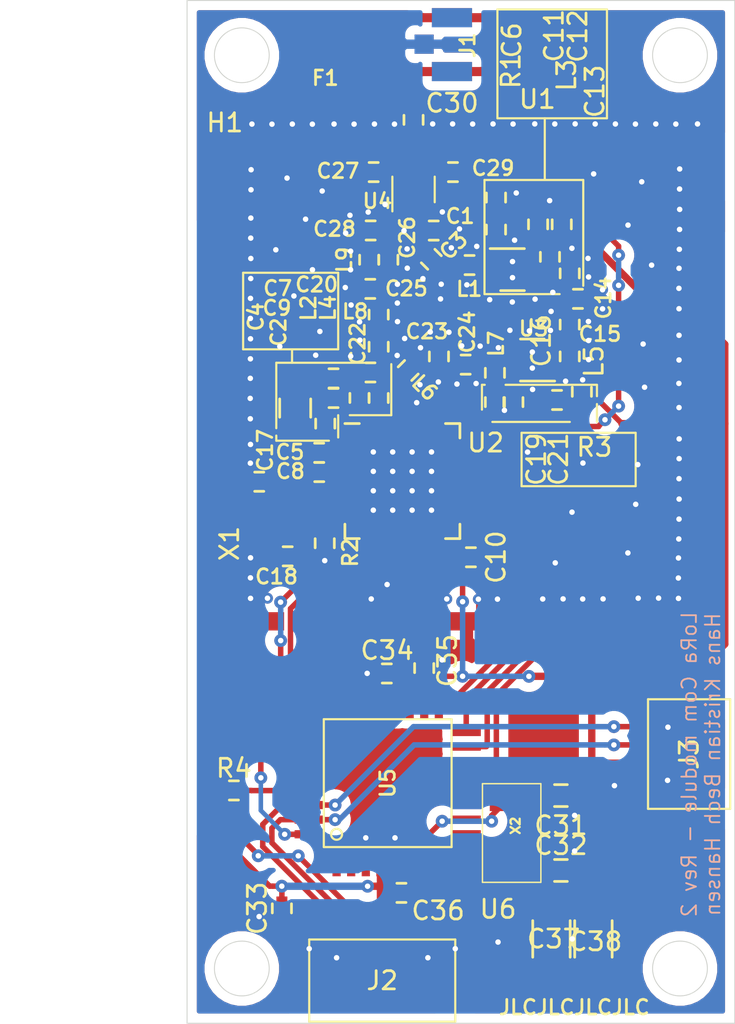
<source format=kicad_pcb>
(kicad_pcb (version 20171130) (host pcbnew "(5.1.4)-1")
  (title_block (title "LoRa Com module") (date 2019-12-13) (rev 2) (company "DTU Space") (comment 4 "Hans Kristian Bech Hansen"))
  (layers (0 F.Cu signal) (31 B.Cu signal) (34 B.Paste user) (35 F.Paste user) (36 B.SilkS user) (37 F.SilkS user) (38 B.Mask user) (39 F.Mask user hide) (44 Edge.Cuts user))
  (net 0 "")
  (net 1 /RF_RX)
  (net 2 GND)
  (net 3 "Net-(C3-Pad1)")
  (net 4 +3V3)
  (net 5 "Net-(C5-Pad1)")
  (net 6 "Net-(C7-Pad1)")
  (net 7 "Net-(C8-Pad1)")
  (net 8 "Net-(C13-Pad1)")
  (net 9 "Net-(C13-Pad2)")
  (net 10 "Net-(C15-Pad1)")
  (net 11 "Net-(C17-Pad2)")
  (net 12 "Net-(C18-Pad2)")
  (net 13 /SX1272_RF_TX)
  (net 14 "Net-(C22-Pad1)")
  (net 15 /LNA2_out)
  (net 16 "Net-(C24-Pad2)")
  (net 17 "Net-(C25-Pad1)")
  (net 18 "Net-(C25-Pad2)")
  (net 19 /RF_TX)
  (net 20 "Net-(C28-Pad2)")
  (net 21 /RXTX_SW)
  (net 22 "Net-(C30-Pad2)")
  (net 23 "Net-(C31-Pad2)")
  (net 24 "Net-(C32-Pad2)")
  (net 25 "Net-(C34-Pad1)")
  (net 26 /RX)
  (net 27 /TX)
  (net 28 "Net-(J2-Pad4)")
  (net 29 "Net-(L1-Pad1)")
  (net 30 "Net-(L4-Pad2)")
  (net 31 "Net-(L5-Pad1)")
  (net 32 /SX1272_RF_RX)
  (net 33 "Net-(R1-Pad2)")
  (net 34 "Net-(R3-Pad2)")
  (net 35 /Reset)
  (net 36 "Net-(U1-Pad8)")
  (net 37 "Net-(U1-Pad6)")
  (net 38 "Net-(U1-Pad5)")
  (net 39 "Net-(U1-Pad4)")
  (net 40 "Net-(U1-Pad3)")
  (net 41 /DIO0)
  (net 42 /DIO1)
  (net 43 /DIO2)
  (net 44 /DIO3)
  (net 45 /DIO4)
  (net 46 /DIO5)
  (net 47 /SCK)
  (net 48 /MISO)
  (net 49 /MOSI)
  (net 50 /RF_CS)
  (net 51 "Net-(U2-Pad21)")
  (net 52 "Net-(U2-Pad24)")
  (net 53 "Net-(U3-Pad3)")
  (net 54 "Net-(U3-Pad4)")
  (net 55 "Net-(U3-Pad5)")
  (net 56 "Net-(U3-Pad6)")
  (net 57 "Net-(U3-Pad8)")
  (net 58 "Net-(U5-Pad1)")
  (net 59 "Net-(U5-Pad2)")
  (net 60 "Net-(U5-Pad9)")
  (net 61 "Net-(U5-Pad10)")
  (net 62 "Net-(U5-Pad11)")
  (net 63 "Net-(U5-Pad12)")
  (net 64 "Net-(U5-Pad14)")
  (net 65 "Net-(U5-Pad19)")
  (net 66 "Net-(U5-Pad22)")
  (net 67 "Net-(C10-Pad1)")
  (net 68 /Reset_SX)
  (net 69 /RF_antenna)
  (net 70 "Net-(C37-Pad1)")
  (net 71 "Net-(U6-Pad1)")
  (net 72 "Net-(F1-Pad5)")
  (module dtusat:SAW_869MHz (layer F.Cu) (at 192.47358 107.14228)
    (fp_text reference F1 (at 0.889 -0.0254 180) (layer F.SilkS) (effects (font (size 0.8 0.8))))
    (fp_text value SAW_869MHz)
    (pad 6 smd rect (at -1.2 -1.125) (size 0.6 0.75) (layers F.Cu F.Paste F.Mask) (net 2 GND))
    (pad 2 smd rect (at 0 1.125) (size 0.6 0.75) (layers F.Cu F.Paste F.Mask) (net 69 /RF_antenna))
    (pad 3 smd rect (at 1.2 1.125) (size 0.6 0.75) (layers F.Cu F.Paste F.Mask) (net 2 GND))
    (pad 4 smd rect (at 1.2 -1.125) (size 0.6 0.75) (layers F.Cu F.Paste F.Mask) (net 2 GND))
    (pad 5 smd rect (at 0 -1.125) (size 0.6 0.75) (layers F.Cu F.Paste F.Mask) (net 72 "Net-(F1-Pad5)"))
    (pad 1 smd rect (at -1.2 0.75) (size 0.6 1.5) (layers F.Cu F.Paste F.Mask) (net 2 GND))
  )
  (module dtusat:XCL205 (layer F.Cu) (at 202.82408 154.42438)
    (fp_text reference U6 (at 0 -1.8034 180) (layer F.SilkS))
    (fp_text value XCL205)
    (pad GND smd rect (at 0 0) (size 1.5 1.1) (layers F.Cu F.Paste F.Mask) (net 2 GND))
    (pad 1 smd rect (at -0.55 0.8625) (size 0.35 0.375) (layers F.Cu F.Paste F.Mask) (net 71 "Net-(U6-Pad1)"))
    (pad 2 smd rect (at 0 0.8625) (size 0.35 0.375) (layers F.Cu F.Paste F.Mask) (net 2 GND))
    (pad 3 smd rect (at 0.55 0.8625) (size 0.35 0.375) (layers F.Cu F.Paste F.Mask) (net 4 +3V3))
    (pad 4 smd rect (at 0.55 -0.8625) (size 0.35 0.375) (layers F.Cu F.Paste F.Mask) (net 70 "Net-(C37-Pad1)"))
    (pad 5 smd rect (at 0 -0.8625) (size 0.35 0.375) (layers F.Cu F.Paste F.Mask) (net 2 GND))
    (pad 6 smd rect (at -0.55 -0.8625) (size 0.35 0.375) (layers F.Cu F.Paste F.Mask) (net 70 "Net-(C37-Pad1)"))
    (pad 8 smd rect (at 1.275 0) (size 0.35 2.1) (layers F.Cu F.Paste F.Mask) (net 4 +3V3))
    (pad 7 smd rect (at -1.275 0) (size 0.35 2.1) (layers F.Cu F.Paste F.Mask) (net 71 "Net-(U6-Pad1)"))
  )
  (module dtusat:via-0.6mm-0.3mm_drill (layer F.Cu) (at 212.11 145.57 180)
    (fp_text reference "" hide)
    (fp_text value "" hide)
    (pad 1 thru_hole circle (at 0 0 180) (size 0.6 0.6) (drill 0.3) (layers *.Cu *.Mask) (net 2 GND))
  )
  (module dtusat:via-0.6mm-0.3mm_drill (layer F.Cu) (at 212.13 142.66 180)
    (fp_text reference "" hide)
    (fp_text value "" hide)
    (pad 1 thru_hole circle (at 0 0 180) (size 0.6 0.6) (drill 0.3) (layers *.Cu *.Mask) (net 2 GND))
  )
  (module dtusat:via-0.6mm-0.3mm_drill (layer F.Cu) (at 209.2 145.86 180)
    (fp_text reference "" hide)
    (fp_text value "" hide)
    (pad 1 thru_hole circle (at 0 0 180) (size 0.6 0.6) (drill 0.3) (layers *.Cu *.Mask) (net 2 GND))
  )
  (module dtusat:via-0.6mm-0.3mm_drill (layer F.Cu) (at 207.02 147.49 180)
    (fp_text reference "" hide)
    (fp_text value "" hide)
    (pad 1 thru_hole circle (at 0 0 180) (size 0.6 0.6) (drill 0.3) (layers *.Cu *.Mask) (net 2 GND))
  )
  (module dtusat:Qwiic_4-pin (layer F.Cu) (at 213.29 144.13 90)
    (fp_text reference J3 (at 0 0 90) (layer F.SilkS))
    (fp_text value Qwiic_4pin)
    (pad GND smd rect (at 3 -2.25 90) (size 1 4) (drill (offset 0 2)) (layers F.Cu F.Paste F.Mask))
    (pad GND smd rect (at -3 -2.25 90) (size 1 4) (drill (offset 0 2)) (layers F.Cu F.Paste F.Mask))
    (pad 1 smd rect (at 1.5 -2.75 90) (size 0.5 1) (layers F.Cu F.Paste F.Mask) (net 26 /RX))
    (pad 2 smd rect (at 0.5 -2.75 90) (size 0.5 1) (layers F.Cu F.Paste F.Mask) (net 27 /TX))
    (pad 3 smd rect (at -0.5 -2.75 90) (size 0.5 1) (layers F.Cu F.Paste F.Mask) (net 4 +3V3))
    (pad 4 smd rect (at -1.5 -2.75 90) (size 0.5 1) (layers F.Cu F.Paste F.Mask) (net 2 GND))
  )
  (module dtusat:UFL_Feedtrough (layer F.Cu) (at 200.3 105.29 270)
    (fp_text reference J1 (at 0.035 -0.855 90) (layer F.SilkS) (effects (font (size 0.8 0.8))))
    (fp_text value COAX)
    (pad 2 smd rect (at -0.025 1.525 270) (size 1.05 1.05) (layers B.Cu B.Paste B.Mask) (net 2 GND))
    (pad 5 smd rect (at -1.475 0 270) (size 1.05 2.2) (layers B.Cu B.Paste B.Mask))
    (pad 6 smd rect (at 1.475 0 270) (size 1.05 2.2) (layers B.Cu B.Paste B.Mask))
    (pad 1 smd rect (at -0.025 1.525 270) (size 1.05 1.05) (layers F.Cu F.Paste F.Mask) (net 72 "Net-(F1-Pad5)"))
    (pad 3 smd rect (at -1.475 0 270) (size 1.05 2.2) (layers F.Cu F.Paste F.Mask))
    (pad 4 smd rect (at 1.475 0 270) (size 1.05 2.2) (layers F.Cu F.Paste F.Mask))
  )
  (module dtusat:L0402 (layer F.Cu) (at 195.76796 117.06648 270)
    (fp_text reference L9 (at 0.0072 1.36144 90) (layer F.SilkS) (effects (font (size 0.8 0.8))))
    (fp_text value L_0402_5.6nH_CID3036)
    (pad 1 smd rect (at -0.45 0 270) (size 0.4 0.6) (layers F.Cu F.Paste F.Mask) (net 19 /RF_TX))
    (pad 2 smd rect (at 0.45 0 270) (size 0.4 0.6) (layers F.Cu F.Paste F.Mask) (net 17 "Net-(C25-Pad1)"))
  )
  (module dtusat:via-0.6mm-0.3mm_drill (layer F.Cu) (at 206.89062 154.25166 180)
    (fp_text reference "" hide)
    (fp_text value "" hide)
    (pad 1 thru_hole circle (at 0 0 180) (size 0.6 0.6) (drill 0.3) (layers *.Cu *.Mask) (net 2 GND))
  )
  (module dtusat:via-0.6mm-0.3mm_drill (layer F.Cu) (at 202.82408 154.42438 180)
    (fp_text reference "" hide)
    (fp_text value "" hide)
    (pad 1 thru_hole circle (at 0 0 180) (size 0.6 0.6) (drill 0.3) (layers *.Cu *.Mask) (net 2 GND))
  )
  (module dtusat:C1206 (layer F.Cu) (at 208.04886 154.25166 90)
    (fp_text reference C38 (at -0.14478 0.11938 180) (layer F.SilkS))
    (fp_text value C_1206_4.7uF_CID2013_small)
    (pad 2 smd rect (at 1.5 0 90) (size 1 1.6) (layers F.Cu F.Paste F.Mask) (net 2 GND))
    (pad 1 smd rect (at -1.5 0 90) (size 1 1.6) (layers F.Cu F.Paste F.Mask) (net 4 +3V3))
  )
  (module dtusat:C1206 (layer F.Cu) (at 205.75016 154.25166 270)
    (fp_text reference C37 (at 0 -0.11938 180) (layer F.SilkS))
    (fp_text value C_1206_4.7uF_CID2013_small)
    (pad 2 smd rect (at 1.5 0 270) (size 1 1.6) (layers F.Cu F.Paste F.Mask) (net 2 GND))
    (pad 1 smd rect (at -1.5 0 270) (size 1 1.6) (layers F.Cu F.Paste F.Mask) (net 70 "Net-(C37-Pad1)"))
  )
  (module dtusat:via-0.6mm-0.3mm_drill (layer F.Cu) (at 203.1746 125.31132)
    (fp_text reference "" hide)
    (fp_text value "" hide)
    (pad 1 thru_hole circle (at 0 0) (size 0.6 0.6) (drill 0.3) (layers *.Cu *.Mask) (net 2 GND))
  )
  (module dtusat:via-0.6mm-0.3mm_drill (layer F.Cu) (at 199.7583 138.9761 180)
    (fp_text reference "" hide)
    (fp_text value "" hide)
    (pad 1 thru_hole circle (at 0 0 180) (size 0.6 0.6) (drill 0.3) (layers *.Cu *.Mask) (net 2 GND))
  )
  (module dtusat:via-0.6mm-0.3mm_drill (layer F.Cu) (at 195.6562 139.7127 180)
    (fp_text reference "" hide)
    (fp_text value "" hide)
    (pad 1 thru_hole circle (at 0 0 180) (size 0.6 0.6) (drill 0.3) (layers *.Cu *.Mask) (net 2 GND))
  )
  (module dtusat:via-0.6mm-0.3mm_drill (layer F.Cu) (at 203.8223 113.411)
    (fp_text reference "" hide)
    (fp_text value "" hide)
    (pad 1 thru_hole circle (at 0 0) (size 0.6 0.6) (drill 0.3) (layers *.Cu *.Mask) (net 2 GND))
  )
  (module dtusat:via-0.6mm-0.3mm_drill (layer F.Cu) (at 205.6511 113.8301)
    (fp_text reference "" hide)
    (fp_text value "" hide)
    (pad 1 thru_hole circle (at 0 0) (size 0.6 0.6) (drill 0.3) (layers *.Cu *.Mask) (net 2 GND))
  )
  (module dtusat:via-0.6mm-0.3mm_drill (layer F.Cu) (at 193.3321 133.5405)
    (fp_text reference "" hide)
    (fp_text value "" hide)
    (pad 1 thru_hole circle (at 0 0) (size 0.6 0.6) (drill 0.3) (layers *.Cu *.Mask) (net 2 GND))
  )
  (module dtusat:via-0.6mm-0.3mm_drill (layer F.Cu) (at 193.9817 155.2829 180)
    (fp_text reference "" hide)
    (fp_text value "" hide)
    (pad 1 thru_hole circle (at 0 0 180) (size 0.6 0.6) (drill 0.3) (layers *.Cu *.Mask) (net 2 GND))
  )
  (module dtusat:via-0.6mm-0.3mm_drill (layer F.Cu) (at 198.9817 155.2829 180)
    (fp_text reference "" hide)
    (fp_text value "" hide)
    (pad 1 thru_hole circle (at 0 0 180) (size 0.6 0.6) (drill 0.3) (layers *.Cu *.Mask) (net 2 GND))
  )
  (module dtusat:via-0.6mm-0.3mm_drill (layer F.Cu) (at 200.4822 154.7876 180)
    (fp_text reference "" hide)
    (fp_text value "" hide)
    (pad 1 thru_hole circle (at 0 0 180) (size 0.6 0.6) (drill 0.3) (layers *.Cu *.Mask) (net 2 GND))
  )
  (module dtusat:via-0.6mm-0.3mm_drill (layer F.Cu) (at 192.4812 154.7876 180)
    (fp_text reference "" hide)
    (fp_text value "" hide)
    (pad 1 thru_hole circle (at 0 0 180) (size 0.6 0.6) (drill 0.3) (layers *.Cu *.Mask) (net 2 GND))
  )
  (module dtusat:via-0.6mm-0.3mm_drill (layer F.Cu) (at 189.738 153.02822 180)
    (fp_text reference "" hide)
    (fp_text value "" hide)
    (pad 1 thru_hole circle (at 0 0 180) (size 0.6 0.6) (drill 0.3) (layers *.Cu *.Mask) (net 2 GND))
  )
  (module dtusat:via-0.6mm-0.3mm_drill (layer F.Cu) (at 207.02 149.44 180)
    (fp_text reference "" hide)
    (fp_text value "" hide)
    (pad 1 thru_hole circle (at 0 0 180) (size 0.6 0.6) (drill 0.3) (layers *.Cu *.Mask) (net 2 GND))
  )
  (module dtusat:via-0.6mm-0.3mm_drill (layer F.Cu) (at 195.58 148.717 180)
    (fp_text reference "" hide)
    (fp_text value "" hide)
    (pad 1 thru_hole circle (at 0 0 180) (size 0.6 0.6) (drill 0.3) (layers *.Cu *.Mask) (net 2 GND))
  )
  (module dtusat:via-0.6mm-0.3mm_drill (layer F.Cu) (at 197.1802 148.717 180)
    (fp_text reference "" hide)
    (fp_text value "" hide)
    (pad 1 thru_hole circle (at 0 0 180) (size 0.6 0.6) (drill 0.3) (layers *.Cu *.Mask) (net 2 GND))
  )
  (module dtusat:via-0.6mm-0.3mm_drill (layer F.Cu) (at 204.70284 122.999)
    (fp_text reference "" hide)
    (fp_text value "" hide)
    (pad 1 thru_hole circle (at 0 0) (size 0.6 0.6) (drill 0.3) (layers *.Cu *.Mask) (net 2 GND))
  )
  (module dtusat:via-0.6mm-0.3mm_drill (layer F.Cu) (at 204.70284 122.119)
    (fp_text reference "" hide)
    (fp_text value "" hide)
    (pad 1 thru_hole circle (at 0 0) (size 0.6 0.6) (drill 0.3) (layers *.Cu *.Mask) (net 2 GND))
  )
  (module dtusat:via-0.6mm-0.3mm_drill (layer F.Cu) (at 203.61656 118.04708)
    (fp_text reference "" hide)
    (fp_text value "" hide)
    (pad 1 thru_hole circle (at 0 0) (size 0.6 0.6) (drill 0.3) (layers *.Cu *.Mask) (net 2 GND))
  )
  (module dtusat:via-0.6mm-0.3mm_drill (layer F.Cu) (at 203.61656 117.16708)
    (fp_text reference "" hide)
    (fp_text value "" hide)
    (pad 1 thru_hole circle (at 0 0) (size 0.6 0.6) (drill 0.3) (layers *.Cu *.Mask) (net 2 GND))
  )
  (module dtusat:via-0.6mm-0.3mm_drill (layer F.Cu) (at 205.95844 133.66242)
    (fp_text reference "" hide)
    (fp_text value "" hide)
    (pad 1 thru_hole circle (at 0 0) (size 0.6 0.6) (drill 0.3) (layers *.Cu *.Mask) (net 2 GND))
  )
  (module dtusat:via-0.6mm-0.3mm_drill (layer F.Cu) (at 209.93608 133.11886)
    (fp_text reference "" hide)
    (fp_text value "" hide)
    (pad 1 thru_hole circle (at 0 0) (size 0.6 0.6) (drill 0.3) (layers *.Cu *.Mask) (net 2 GND))
  )
  (module dtusat:via-0.6mm-0.3mm_drill (layer F.Cu) (at 210.36534 130.45694)
    (fp_text reference "" hide)
    (fp_text value "" hide)
    (pad 1 thru_hole circle (at 0 0) (size 0.6 0.6) (drill 0.3) (layers *.Cu *.Mask) (net 2 GND))
  )
  (module dtusat:via-0.6mm-0.3mm_drill (layer F.Cu) (at 206.87538 130.8862)
    (fp_text reference "" hide)
    (fp_text value "" hide)
    (pad 1 thru_hole circle (at 0 0) (size 0.6 0.6) (drill 0.3) (layers *.Cu *.Mask) (net 2 GND))
  )
  (module dtusat:via-0.6mm-0.3mm_drill (layer F.Cu) (at 207.47482 128.19888)
    (fp_text reference "" hide)
    (fp_text value "" hide)
    (pad 1 thru_hole circle (at 0 0) (size 0.6 0.6) (drill 0.3) (layers *.Cu *.Mask) (net 2 GND))
  )
  (module dtusat:via-0.6mm-0.3mm_drill (layer F.Cu) (at 204.44206 127.5969)
    (fp_text reference "" hide)
    (fp_text value "" hide)
    (pad 1 thru_hole circle (at 0 0) (size 0.6 0.6) (drill 0.3) (layers *.Cu *.Mask) (net 2 GND))
  )
  (module dtusat:via-0.6mm-0.3mm_drill (layer F.Cu) (at 210.47964 128.2827)
    (fp_text reference "" hide)
    (fp_text value "" hide)
    (pad 1 thru_hole circle (at 0 0) (size 0.6 0.6) (drill 0.3) (layers *.Cu *.Mask) (net 2 GND))
  )
  (module dtusat:via-0.6mm-0.3mm_drill (layer F.Cu) (at 208.06156 112.36706)
    (fp_text reference "" hide)
    (fp_text value "" hide)
    (pad 1 thru_hole circle (at 0 0) (size 0.6 0.6) (drill 0.3) (layers *.Cu *.Mask) (net 2 GND))
  )
  (module dtusat:via-0.6mm-0.3mm_drill (layer F.Cu) (at 210.69554 112.79886)
    (fp_text reference "" hide)
    (fp_text value "" hide)
    (pad 1 thru_hole circle (at 0 0) (size 0.6 0.6) (drill 0.3) (layers *.Cu *.Mask) (net 2 GND))
  )
  (module dtusat:via-0.6mm-0.3mm_drill (layer F.Cu) (at 209.9437 115.17122)
    (fp_text reference "" hide)
    (fp_text value "" hide)
    (pad 1 thru_hole circle (at 0 0) (size 0.6 0.6) (drill 0.3) (layers *.Cu *.Mask) (net 2 GND))
  )
  (module dtusat:via-0.6mm-0.3mm_drill (layer F.Cu) (at 211.23656 117.36324)
    (fp_text reference "" hide)
    (fp_text value "" hide)
    (pad 1 thru_hole circle (at 0 0) (size 0.6 0.6) (drill 0.3) (layers *.Cu *.Mask) (net 2 GND))
  )
  (module dtusat:via-0.6mm-0.3mm_drill (layer F.Cu) (at 210.77174 121.68124)
    (fp_text reference "" hide)
    (fp_text value "" hide)
    (pad 1 thru_hole circle (at 0 0) (size 0.6 0.6) (drill 0.3) (layers *.Cu *.Mask) (net 2 GND))
  )
  (module dtusat:via-0.6mm-0.3mm_drill (layer F.Cu) (at 210.85048 124.04598)
    (fp_text reference "" hide)
    (fp_text value "" hide)
    (pad 1 thru_hole circle (at 0 0) (size 0.6 0.6) (drill 0.3) (layers *.Cu *.Mask) (net 2 GND))
  )
  (module dtusat:via-0.6mm-0.3mm_drill (layer F.Cu) (at 192.8368 122.29338)
    (fp_text reference "" hide)
    (fp_text value "" hide)
    (pad 1 thru_hole circle (at 0 0) (size 0.6 0.6) (drill 0.3) (layers *.Cu *.Mask) (net 2 GND))
  )
  (module dtusat:via-0.6mm-0.3mm_drill (layer F.Cu) (at 190.87084 121.81586)
    (fp_text reference "" hide)
    (fp_text value "" hide)
    (pad 1 thru_hole circle (at 0 0) (size 0.6 0.6) (drill 0.3) (layers *.Cu *.Mask) (net 2 GND))
  )
  (module dtusat:via-0.6mm-0.3mm_drill (layer F.Cu) (at 190.6524 116.5225)
    (fp_text reference "" hide)
    (fp_text value "" hide)
    (pad 1 thru_hole circle (at 0 0) (size 0.6 0.6) (drill 0.3) (layers *.Cu *.Mask) (net 2 GND))
  )
  (module dtusat:via-0.6mm-0.3mm_drill (layer F.Cu) (at 192.659 117.6147)
    (fp_text reference "" hide)
    (fp_text value "" hide)
    (pad 1 thru_hole circle (at 0 0) (size 0.6 0.6) (drill 0.3) (layers *.Cu *.Mask) (net 2 GND))
  )
  (module dtusat:via-0.6mm-0.3mm_drill (layer F.Cu) (at 193.1924 113.30432)
    (fp_text reference "" hide)
    (fp_text value "" hide)
    (pad 1 thru_hole circle (at 0 0) (size 0.6 0.6) (drill 0.3) (layers *.Cu *.Mask) (net 2 GND))
  )
  (module dtusat:via-0.6mm-0.3mm_drill (layer F.Cu) (at 193.0654 120.9929)
    (fp_text reference "" hide)
    (fp_text value "" hide)
    (pad 1 thru_hole circle (at 0 0) (size 0.6 0.6) (drill 0.3) (layers *.Cu *.Mask) (net 2 GND))
  )
  (module dtusat:via-0.6mm-0.3mm_drill (layer F.Cu) (at 192.28308 114.8461)
    (fp_text reference "" hide)
    (fp_text value "" hide)
    (pad 1 thru_hole circle (at 0 0) (size 0.6 0.6) (drill 0.3) (layers *.Cu *.Mask) (net 2 GND))
  )
  (module dtusat:via-0.6mm-0.3mm_drill (layer F.Cu) (at 191.643 119.0498)
    (fp_text reference "" hide)
    (fp_text value "" hide)
    (pad 1 thru_hole circle (at 0 0) (size 0.6 0.6) (drill 0.3) (layers *.Cu *.Mask) (net 2 GND))
  )
  (module dtusat:via-0.6mm-0.3mm_drill (layer F.Cu) (at 191.26708 112.59566)
    (fp_text reference "" hide)
    (fp_text value "" hide)
    (pad 1 thru_hole circle (at 0 0) (size 0.6 0.6) (drill 0.3) (layers *.Cu *.Mask) (net 2 GND))
  )
  (module dtusat:via-0.6mm-0.3mm_drill (layer F.Cu) (at 200.01738 135.63854)
    (fp_text reference "" hide)
    (fp_text value "" hide)
    (pad 1 thru_hole circle (at 0 0) (size 0.6 0.6) (drill 0.3) (layers *.Cu *.Mask) (net 2 GND))
  )
  (module dtusat:via-0.6mm-0.3mm_drill (layer F.Cu) (at 201.74712 135.65124 180)
    (fp_text reference "" hide)
    (fp_text value "" hide)
    (pad 1 thru_hole circle (at 0 0 180) (size 0.6 0.6) (drill 0.3) (layers *.Cu *.Mask) (net 2 GND))
  )
  (module dtusat:via-0.6mm-0.3mm_drill (layer F.Cu) (at 202.7936 135.6487 180)
    (fp_text reference "" hide)
    (fp_text value "" hide)
    (pad 1 thru_hole circle (at 0 0 180) (size 0.6 0.6) (drill 0.3) (layers *.Cu *.Mask) (net 2 GND))
  )
  (module dtusat:via-0.6mm-0.3mm_drill (layer F.Cu) (at 206.3877 135.636 180)
    (fp_text reference "" hide)
    (fp_text value "" hide)
    (pad 1 thru_hole circle (at 0 0 180) (size 0.6 0.6) (drill 0.3) (layers *.Cu *.Mask) (net 2 GND))
  )
  (module dtusat:via-0.6mm-0.3mm_drill (layer F.Cu) (at 205.27264 135.64108 180)
    (fp_text reference "" hide)
    (fp_text value "" hide)
    (pad 1 thru_hole circle (at 0 0 180) (size 0.6 0.6) (drill 0.3) (layers *.Cu *.Mask) (net 2 GND))
  )
  (module dtusat:via-0.6mm-0.3mm_drill (layer F.Cu) (at 207.46212 135.64108 180)
    (fp_text reference "" hide)
    (fp_text value "" hide)
    (pad 1 thru_hole circle (at 0 0 180) (size 0.6 0.6) (drill 0.3) (layers *.Cu *.Mask) (net 2 GND))
  )
  (module dtusat:via-0.6mm-0.3mm_drill (layer F.Cu) (at 208.57718 135.636 180)
    (fp_text reference "" hide)
    (fp_text value "" hide)
    (pad 1 thru_hole circle (at 0 0 180) (size 0.6 0.6) (drill 0.3) (layers *.Cu *.Mask) (net 2 GND))
  )
  (module dtusat:via-0.6mm-0.3mm_drill (layer F.Cu) (at 210.5025 135.5979 180)
    (fp_text reference "" hide)
    (fp_text value "" hide)
    (pad 1 thru_hole circle (at 0 0 180) (size 0.6 0.6) (drill 0.3) (layers *.Cu *.Mask) (net 2 GND))
  )
  (module dtusat:via-0.6mm-0.3mm_drill (layer F.Cu) (at 211.61756 135.59282 180)
    (fp_text reference "" hide)
    (fp_text value "" hide)
    (pad 1 thru_hole circle (at 0 0 180) (size 0.6 0.6) (drill 0.3) (layers *.Cu *.Mask) (net 2 GND))
  )
  (module dtusat:via-0.6mm-0.3mm_drill (layer F.Cu) (at 212.70722 135.60806 90)
    (fp_text reference "" hide)
    (fp_text value "" hide)
    (pad 1 thru_hole circle (at 0 0 90) (size 0.6 0.6) (drill 0.3) (layers *.Cu *.Mask) (net 2 GND))
  )
  (module dtusat:via-0.6mm-0.3mm_drill (layer F.Cu) (at 212.70214 134.493 90)
    (fp_text reference "" hide)
    (fp_text value "" hide)
    (pad 1 thru_hole circle (at 0 0 90) (size 0.6 0.6) (drill 0.3) (layers *.Cu *.Mask) (net 2 GND))
  )
  (module dtusat:via-0.6mm-0.3mm_drill (layer F.Cu) (at 212.74278 127.95758 90)
    (fp_text reference "" hide)
    (fp_text value "" hide)
    (pad 1 thru_hole circle (at 0 0 90) (size 0.6 0.6) (drill 0.3) (layers *.Cu *.Mask) (net 2 GND))
  )
  (module dtusat:via-0.6mm-0.3mm_drill (layer F.Cu) (at 212.7377 131.2672 90)
    (fp_text reference "" hide)
    (fp_text value "" hide)
    (pad 1 thru_hole circle (at 0 0 90) (size 0.6 0.6) (drill 0.3) (layers *.Cu *.Mask) (net 2 GND))
  )
  (module dtusat:via-0.6mm-0.3mm_drill (layer F.Cu) (at 212.74278 130.16992 90)
    (fp_text reference "" hide)
    (fp_text value "" hide)
    (pad 1 thru_hole circle (at 0 0 90) (size 0.6 0.6) (drill 0.3) (layers *.Cu *.Mask) (net 2 GND))
  )
  (module dtusat:via-0.6mm-0.3mm_drill (layer F.Cu) (at 212.725 132.35432 90)
    (fp_text reference "" hide)
    (fp_text value "" hide)
    (pad 1 thru_hole circle (at 0 0 90) (size 0.6 0.6) (drill 0.3) (layers *.Cu *.Mask) (net 2 GND))
  )
  (module dtusat:via-0.6mm-0.3mm_drill (layer F.Cu) (at 212.70722 133.39572 90)
    (fp_text reference "" hide)
    (fp_text value "" hide)
    (pad 1 thru_hole circle (at 0 0 90) (size 0.6 0.6) (drill 0.3) (layers *.Cu *.Mask) (net 2 GND))
  )
  (module dtusat:via-0.6mm-0.3mm_drill (layer F.Cu) (at 212.7377 129.05486 90)
    (fp_text reference "" hide)
    (fp_text value "" hide)
    (pad 1 thru_hole circle (at 0 0 90) (size 0.6 0.6) (drill 0.3) (layers *.Cu *.Mask) (net 2 GND))
  )
  (module dtusat:via-0.6mm-0.3mm_drill (layer F.Cu) (at 209.25282 109.63402)
    (fp_text reference "" hide)
    (fp_text value "" hide)
    (pad 1 thru_hole circle (at 0 0) (size 0.6 0.6) (drill 0.3) (layers *.Cu *.Mask) (net 2 GND))
  )
  (module dtusat:via-0.6mm-0.3mm_drill (layer F.Cu) (at 212.56244 109.6391)
    (fp_text reference "" hide)
    (fp_text value "" hide)
    (pad 1 thru_hole circle (at 0 0) (size 0.6 0.6) (drill 0.3) (layers *.Cu *.Mask) (net 2 GND))
  )
  (module dtusat:via-0.6mm-0.3mm_drill (layer F.Cu) (at 211.46516 109.63402)
    (fp_text reference "" hide)
    (fp_text value "" hide)
    (pad 1 thru_hole circle (at 0 0) (size 0.6 0.6) (drill 0.3) (layers *.Cu *.Mask) (net 2 GND))
  )
  (module dtusat:via-0.6mm-0.3mm_drill (layer F.Cu) (at 212.74532 126.87554 90)
    (fp_text reference "" hide)
    (fp_text value "" hide)
    (pad 1 thru_hole circle (at 0 0 90) (size 0.6 0.6) (drill 0.3) (layers *.Cu *.Mask) (net 2 GND))
  )
  (module dtusat:via-0.6mm-0.3mm_drill (layer F.Cu) (at 210.3501 109.6391)
    (fp_text reference "" hide)
    (fp_text value "" hide)
    (pad 1 thru_hole circle (at 0 0) (size 0.6 0.6) (drill 0.3) (layers *.Cu *.Mask) (net 2 GND))
  )
  (module dtusat:via-0.6mm-0.3mm_drill (layer F.Cu) (at 213.75116 109.63148)
    (fp_text reference "" hide)
    (fp_text value "" hide)
    (pad 1 thru_hole circle (at 0 0) (size 0.6 0.6) (drill 0.3) (layers *.Cu *.Mask) (net 2 GND))
  )
  (module dtusat:via-0.6mm-0.3mm_drill (layer F.Cu) (at 212.7377 125.16104 90)
    (fp_text reference "" hide)
    (fp_text value "" hide)
    (pad 1 thru_hole circle (at 0 0 90) (size 0.6 0.6) (drill 0.3) (layers *.Cu *.Mask) (net 2 GND))
  )
  (module dtusat:via-0.6mm-0.3mm_drill (layer F.Cu) (at 212.73008 123.8377 90)
    (fp_text reference "" hide)
    (fp_text value "" hide)
    (pad 1 thru_hole circle (at 0 0 90) (size 0.6 0.6) (drill 0.3) (layers *.Cu *.Mask) (net 2 GND))
  )
  (module dtusat:via-0.6mm-0.3mm_drill (layer F.Cu) (at 203.64704 109.63656)
    (fp_text reference "" hide)
    (fp_text value "" hide)
    (pad 1 thru_hole circle (at 0 0) (size 0.6 0.6) (drill 0.3) (layers *.Cu *.Mask) (net 2 GND))
  )
  (module dtusat:via-0.6mm-0.3mm_drill (layer F.Cu) (at 202.54976 109.63148)
    (fp_text reference "" hide)
    (fp_text value "" hide)
    (pad 1 thru_hole circle (at 0 0) (size 0.6 0.6) (drill 0.3) (layers *.Cu *.Mask) (net 2 GND))
  )
  (module dtusat:via-0.6mm-0.3mm_drill (layer F.Cu) (at 200.33742 109.63148)
    (fp_text reference "" hide)
    (fp_text value "" hide)
    (pad 1 thru_hole circle (at 0 0) (size 0.6 0.6) (drill 0.3) (layers *.Cu *.Mask) (net 2 GND))
  )
  (module dtusat:via-0.6mm-0.3mm_drill (layer F.Cu) (at 201.4347 109.63656)
    (fp_text reference "" hide)
    (fp_text value "" hide)
    (pad 1 thru_hole circle (at 0 0) (size 0.6 0.6) (drill 0.3) (layers *.Cu *.Mask) (net 2 GND))
  )
  (module dtusat:via-0.6mm-0.3mm_drill (layer F.Cu) (at 204.83576 109.62894)
    (fp_text reference "" hide)
    (fp_text value "" hide)
    (pad 1 thru_hole circle (at 0 0) (size 0.6 0.6) (drill 0.3) (layers *.Cu *.Mask) (net 2 GND))
  )
  (module dtusat:via-0.6mm-0.3mm_drill (layer F.Cu) (at 205.93304 109.63402)
    (fp_text reference "" hide)
    (fp_text value "" hide)
    (pad 1 thru_hole circle (at 0 0) (size 0.6 0.6) (drill 0.3) (layers *.Cu *.Mask) (net 2 GND))
  )
  (module dtusat:via-0.6mm-0.3mm_drill (layer F.Cu) (at 207.0481 109.62894)
    (fp_text reference "" hide)
    (fp_text value "" hide)
    (pad 1 thru_hole circle (at 0 0) (size 0.6 0.6) (drill 0.3) (layers *.Cu *.Mask) (net 2 GND))
  )
  (module dtusat:via-0.6mm-0.3mm_drill (layer F.Cu) (at 208.14538 109.63402)
    (fp_text reference "" hide)
    (fp_text value "" hide)
    (pad 1 thru_hole circle (at 0 0) (size 0.6 0.6) (drill 0.3) (layers *.Cu *.Mask) (net 2 GND))
  )
  (module dtusat:via-0.6mm-0.3mm_drill (layer F.Cu) (at 212.7377 117.53596 90)
    (fp_text reference "" hide)
    (fp_text value "" hide)
    (pad 1 thru_hole circle (at 0 0 90) (size 0.6 0.6) (drill 0.3) (layers *.Cu *.Mask) (net 2 GND))
  )
  (module dtusat:via-0.6mm-0.3mm_drill (layer F.Cu) (at 212.7377 122.555 90)
    (fp_text reference "" hide)
    (fp_text value "" hide)
    (pad 1 thru_hole circle (at 0 0 90) (size 0.6 0.6) (drill 0.3) (layers *.Cu *.Mask) (net 2 GND))
  )
  (module dtusat:via-0.6mm-0.3mm_drill (layer F.Cu) (at 212.7377 119.7483 90)
    (fp_text reference "" hide)
    (fp_text value "" hide)
    (pad 1 thru_hole circle (at 0 0 90) (size 0.6 0.6) (drill 0.3) (layers *.Cu *.Mask) (net 2 GND))
  )
  (module dtusat:via-0.6mm-0.3mm_drill (layer F.Cu) (at 212.7377 121.20372 90)
    (fp_text reference "" hide)
    (fp_text value "" hide)
    (pad 1 thru_hole circle (at 0 0 90) (size 0.6 0.6) (drill 0.3) (layers *.Cu *.Mask) (net 2 GND))
  )
  (module dtusat:via-0.6mm-0.3mm_drill (layer F.Cu) (at 212.73262 118.63324 90)
    (fp_text reference "" hide)
    (fp_text value "" hide)
    (pad 1 thru_hole circle (at 0 0 90) (size 0.6 0.6) (drill 0.3) (layers *.Cu *.Mask) (net 2 GND))
  )
  (module dtusat:via-0.6mm-0.3mm_drill (layer F.Cu) (at 212.76818 113.1951 90)
    (fp_text reference "" hide)
    (fp_text value "" hide)
    (pad 1 thru_hole circle (at 0 0 90) (size 0.6 0.6) (drill 0.3) (layers *.Cu *.Mask) (net 2 GND))
  )
  (module dtusat:via-0.6mm-0.3mm_drill (layer F.Cu) (at 212.77326 112.09782 90)
    (fp_text reference "" hide)
    (fp_text value "" hide)
    (pad 1 thru_hole circle (at 0 0 90) (size 0.6 0.6) (drill 0.3) (layers *.Cu *.Mask) (net 2 GND))
  )
  (module dtusat:via-0.6mm-0.3mm_drill (layer F.Cu) (at 212.76818 115.40744 90)
    (fp_text reference "" hide)
    (fp_text value "" hide)
    (pad 1 thru_hole circle (at 0 0 90) (size 0.6 0.6) (drill 0.3) (layers *.Cu *.Mask) (net 2 GND))
  )
  (module dtusat:via-0.6mm-0.3mm_drill (layer F.Cu) (at 212.77326 114.31016 90)
    (fp_text reference "" hide)
    (fp_text value "" hide)
    (pad 1 thru_hole circle (at 0 0 90) (size 0.6 0.6) (drill 0.3) (layers *.Cu *.Mask) (net 2 GND))
  )
  (module dtusat:via-0.6mm-0.3mm_drill (layer F.Cu) (at 212.75548 116.49456 90)
    (fp_text reference "" hide)
    (fp_text value "" hide)
    (pad 1 thru_hole circle (at 0 0 90) (size 0.6 0.6) (drill 0.3) (layers *.Cu *.Mask) (net 2 GND))
  )
  (module dtusat:via-0.6mm-0.3mm_drill (layer F.Cu) (at 196.7484 134.8486 90)
    (fp_text reference "" hide)
    (fp_text value "" hide)
    (pad 1 thru_hole circle (at 0 0 90) (size 0.6 0.6) (drill 0.3) (layers *.Cu *.Mask) (net 2 GND))
  )
  (module dtusat:via-0.6mm-0.3mm_drill (layer F.Cu) (at 195.87972 135.63854 90)
    (fp_text reference "" hide)
    (fp_text value "" hide)
    (pad 1 thru_hole circle (at 0 0 90) (size 0.6 0.6) (drill 0.3) (layers *.Cu *.Mask) (net 2 GND))
  )
  (module dtusat:via-0.6mm-0.3mm_drill (layer F.Cu) (at 190.1952 135.5979 90)
    (fp_text reference "" hide)
    (fp_text value "" hide)
    (pad 1 thru_hole circle (at 0 0 90) (size 0.6 0.6) (drill 0.3) (layers *.Cu *.Mask) (net 2 GND))
  )
  (module dtusat:via-0.6mm-0.3mm_drill (layer F.Cu) (at 189.2681 135.60552 90)
    (fp_text reference "" hide)
    (fp_text value "" hide)
    (pad 1 thru_hole circle (at 0 0 90) (size 0.6 0.6) (drill 0.3) (layers *.Cu *.Mask) (net 2 GND))
  )
  (module dtusat:via-0.6mm-0.3mm_drill (layer F.Cu) (at 189.2681 133.38556 90)
    (fp_text reference "" hide)
    (fp_text value "" hide)
    (pad 1 thru_hole circle (at 0 0 90) (size 0.6 0.6) (drill 0.3) (layers *.Cu *.Mask) (net 2 GND))
  )
  (module dtusat:via-0.6mm-0.3mm_drill (layer F.Cu) (at 189.26302 134.48284 90)
    (fp_text reference "" hide)
    (fp_text value "" hide)
    (pad 1 thru_hole circle (at 0 0 90) (size 0.6 0.6) (drill 0.3) (layers *.Cu *.Mask) (net 2 GND))
  )
  (module dtusat:via-0.6mm-0.3mm_drill (layer F.Cu) (at 189.2935 113.23574 90)
    (fp_text reference "" hide)
    (fp_text value "" hide)
    (pad 1 thru_hole circle (at 0 0 90) (size 0.6 0.6) (drill 0.3) (layers *.Cu *.Mask) (net 2 GND))
  )
  (module dtusat:via-0.6mm-0.3mm_drill (layer F.Cu) (at 189.29858 112.13846 90)
    (fp_text reference "" hide)
    (fp_text value "" hide)
    (pad 1 thru_hole circle (at 0 0 90) (size 0.6 0.6) (drill 0.3) (layers *.Cu *.Mask) (net 2 GND))
  )
  (module dtusat:via-0.6mm-0.3mm_drill (layer F.Cu) (at 189.25794 128.20396 90)
    (fp_text reference "" hide)
    (fp_text value "" hide)
    (pad 1 thru_hole circle (at 0 0 90) (size 0.6 0.6) (drill 0.3) (layers *.Cu *.Mask) (net 2 GND))
  )
  (module dtusat:via-0.6mm-0.3mm_drill (layer F.Cu) (at 189.2554 125.77318 90)
    (fp_text reference "" hide)
    (fp_text value "" hide)
    (pad 1 thru_hole circle (at 0 0 90) (size 0.6 0.6) (drill 0.3) (layers *.Cu *.Mask) (net 2 GND))
  )
  (module dtusat:via-0.6mm-0.3mm_drill (layer F.Cu) (at 189.25032 124.65812 90)
    (fp_text reference "" hide)
    (fp_text value "" hide)
    (pad 1 thru_hole circle (at 0 0 90) (size 0.6 0.6) (drill 0.3) (layers *.Cu *.Mask) (net 2 GND))
  )
  (module dtusat:via-0.6mm-0.3mm_drill (layer F.Cu) (at 189.26556 127.1778 90)
    (fp_text reference "" hide)
    (fp_text value "" hide)
    (pad 1 thru_hole circle (at 0 0 90) (size 0.6 0.6) (drill 0.3) (layers *.Cu *.Mask) (net 2 GND))
  )
  (module dtusat:via-0.6mm-0.3mm_drill (layer F.Cu) (at 189.2554 123.56084 90)
    (fp_text reference "" hide)
    (fp_text value "" hide)
    (pad 1 thru_hole circle (at 0 0 90) (size 0.6 0.6) (drill 0.3) (layers *.Cu *.Mask) (net 2 GND))
  )
  (module dtusat:via-0.6mm-0.3mm_drill (layer F.Cu) (at 189.26048 120.27916 90)
    (fp_text reference "" hide)
    (fp_text value "" hide)
    (pad 1 thru_hole circle (at 0 0 90) (size 0.6 0.6) (drill 0.3) (layers *.Cu *.Mask) (net 2 GND))
  )
  (module dtusat:via-0.6mm-0.3mm_drill (layer F.Cu) (at 189.26556 119.18188 90)
    (fp_text reference "" hide)
    (fp_text value "" hide)
    (pad 1 thru_hole circle (at 0 0 90) (size 0.6 0.6) (drill 0.3) (layers *.Cu *.Mask) (net 2 GND))
  )
  (module dtusat:via-0.6mm-0.3mm_drill (layer F.Cu) (at 189.26048 122.4915 90)
    (fp_text reference "" hide)
    (fp_text value "" hide)
    (pad 1 thru_hole circle (at 0 0 90) (size 0.6 0.6) (drill 0.3) (layers *.Cu *.Mask) (net 2 GND))
  )
  (module dtusat:via-0.6mm-0.3mm_drill (layer F.Cu) (at 189.26556 121.39422 90)
    (fp_text reference "" hide)
    (fp_text value "" hide)
    (pad 1 thru_hole circle (at 0 0 90) (size 0.6 0.6) (drill 0.3) (layers *.Cu *.Mask) (net 2 GND))
  )
  (module dtusat:via-0.6mm-0.3mm_drill (layer F.Cu) (at 189.28334 114.78514 90)
    (fp_text reference "" hide)
    (fp_text value "" hide)
    (pad 1 thru_hole circle (at 0 0 90) (size 0.6 0.6) (drill 0.3) (layers *.Cu *.Mask) (net 2 GND))
  )
  (module dtusat:via-0.6mm-0.3mm_drill (layer F.Cu) (at 189.27826 115.88242 90)
    (fp_text reference "" hide)
    (fp_text value "" hide)
    (pad 1 thru_hole circle (at 0 0 90) (size 0.6 0.6) (drill 0.3) (layers *.Cu *.Mask) (net 2 GND))
  )
  (module dtusat:via-0.6mm-0.3mm_drill (layer F.Cu) (at 189.27826 118.09476 90)
    (fp_text reference "" hide)
    (fp_text value "" hide)
    (pad 1 thru_hole circle (at 0 0 90) (size 0.6 0.6) (drill 0.3) (layers *.Cu *.Mask) (net 2 GND))
  )
  (module dtusat:via-0.6mm-0.3mm_drill (layer F.Cu) (at 189.28334 116.99748 90)
    (fp_text reference "" hide)
    (fp_text value "" hide)
    (pad 1 thru_hole circle (at 0 0 90) (size 0.6 0.6) (drill 0.3) (layers *.Cu *.Mask) (net 2 GND))
  )
  (module dtusat:via-0.6mm-0.3mm_drill (layer F.Cu) (at 189.3443 109.6391)
    (fp_text reference "" hide)
    (fp_text value "" hide)
    (pad 1 thru_hole circle (at 0 0) (size 0.6 0.6) (drill 0.3) (layers *.Cu *.Mask) (net 2 GND))
  )
  (module dtusat:via-0.6mm-0.3mm_drill (layer F.Cu) (at 190.44158 109.64418)
    (fp_text reference "" hide)
    (fp_text value "" hide)
    (pad 1 thru_hole circle (at 0 0) (size 0.6 0.6) (drill 0.3) (layers *.Cu *.Mask) (net 2 GND))
  )
  (module dtusat:via-0.6mm-0.3mm_drill (layer F.Cu) (at 191.55664 109.6391)
    (fp_text reference "" hide)
    (fp_text value "" hide)
    (pad 1 thru_hole circle (at 0 0) (size 0.6 0.6) (drill 0.3) (layers *.Cu *.Mask) (net 2 GND))
  )
  (module dtusat:via-0.6mm-0.3mm_drill (layer F.Cu) (at 192.65392 109.64418)
    (fp_text reference "" hide)
    (fp_text value "" hide)
    (pad 1 thru_hole circle (at 0 0) (size 0.6 0.6) (drill 0.3) (layers *.Cu *.Mask) (net 2 GND))
  )
  (module dtusat:via-0.6mm-0.3mm_drill (layer F.Cu) (at 193.84264 109.63656)
    (fp_text reference "" hide)
    (fp_text value "" hide)
    (pad 1 thru_hole circle (at 0 0) (size 0.6 0.6) (drill 0.3) (layers *.Cu *.Mask) (net 2 GND))
  )
  (module dtusat:via-0.6mm-0.3mm_drill (layer F.Cu) (at 194.93992 109.64164)
    (fp_text reference "" hide)
    (fp_text value "" hide)
    (pad 1 thru_hole circle (at 0 0) (size 0.6 0.6) (drill 0.3) (layers *.Cu *.Mask) (net 2 GND))
  )
  (module dtusat:via-0.6mm-0.3mm_drill (layer F.Cu) (at 196.05498 109.63656)
    (fp_text reference "" hide)
    (fp_text value "" hide)
    (pad 1 thru_hole circle (at 0 0) (size 0.6 0.6) (drill 0.3) (layers *.Cu *.Mask) (net 2 GND))
  )
  (module dtusat:via-0.6mm-0.3mm_drill (layer F.Cu) (at 199.24522 109.63148)
    (fp_text reference "" hide)
    (fp_text value "" hide)
    (pad 1 thru_hole circle (at 0 0) (size 0.6 0.6) (drill 0.3) (layers *.Cu *.Mask) (net 2 GND))
  )
  (module dtusat:via-0.6mm-0.3mm_drill (layer F.Cu) (at 197.15226 109.64164)
    (fp_text reference "" hide)
    (fp_text value "" hide)
    (pad 1 thru_hole circle (at 0 0) (size 0.6 0.6) (drill 0.3) (layers *.Cu *.Mask) (net 2 GND))
  )
  (module dtusat:via-0.6mm-0.3mm_drill (layer F.Cu) (at 197.05487 130.77827)
    (fp_text reference "" hide)
    (fp_text value "" hide)
    (pad 1 thru_hole circle (at 0 0) (size 0.6 0.6) (drill 0.3) (layers *.Cu *.Mask) (net 2 GND))
  )
  (module dtusat:via-0.6mm-0.3mm_drill (layer F.Cu) (at 195.99237 130.77827)
    (fp_text reference "" hide)
    (fp_text value "" hide)
    (pad 1 thru_hole circle (at 0 0) (size 0.6 0.6) (drill 0.3) (layers *.Cu *.Mask) (net 2 GND))
  )
  (module dtusat:via-0.6mm-0.3mm_drill (layer F.Cu) (at 197.05487 128.65327)
    (fp_text reference "" hide)
    (fp_text value "" hide)
    (pad 1 thru_hole circle (at 0 0) (size 0.6 0.6) (drill 0.3) (layers *.Cu *.Mask) (net 2 GND))
  )
  (module dtusat:via-0.6mm-0.3mm_drill (layer F.Cu) (at 195.99237 129.71577)
    (fp_text reference "" hide)
    (fp_text value "" hide)
    (pad 1 thru_hole circle (at 0 0) (size 0.6 0.6) (drill 0.3) (layers *.Cu *.Mask) (net 2 GND))
  )
  (module dtusat:via-0.6mm-0.3mm_drill (layer F.Cu) (at 195.99237 128.65327)
    (fp_text reference "" hide)
    (fp_text value "" hide)
    (pad 1 thru_hole circle (at 0 0) (size 0.6 0.6) (drill 0.3) (layers *.Cu *.Mask) (net 2 GND))
  )
  (module dtusat:via-0.6mm-0.3mm_drill (layer F.Cu) (at 197.05487 129.71577)
    (fp_text reference "" hide)
    (fp_text value "" hide)
    (pad 1 thru_hole circle (at 0 0) (size 0.6 0.6) (drill 0.3) (layers *.Cu *.Mask) (net 2 GND))
  )
  (module dtusat:via-0.6mm-0.3mm_drill (layer F.Cu) (at 198.11737 128.65327)
    (fp_text reference "" hide)
    (fp_text value "" hide)
    (pad 1 thru_hole circle (at 0 0) (size 0.6 0.6) (drill 0.3) (layers *.Cu *.Mask) (net 2 GND))
  )
  (module dtusat:via-0.6mm-0.3mm_drill (layer F.Cu) (at 198.11737 129.71577)
    (fp_text reference "" hide)
    (fp_text value "" hide)
    (pad 1 thru_hole circle (at 0 0) (size 0.6 0.6) (drill 0.3) (layers *.Cu *.Mask) (net 2 GND))
  )
  (module dtusat:via-0.6mm-0.3mm_drill (layer F.Cu) (at 198.11737 130.77827)
    (fp_text reference "" hide)
    (fp_text value "" hide)
    (pad 1 thru_hole circle (at 0 0) (size 0.6 0.6) (drill 0.3) (layers *.Cu *.Mask) (net 2 GND))
  )
  (module dtusat:via-0.6mm-0.3mm_drill (layer F.Cu) (at 199.17987 130.77827)
    (fp_text reference "" hide)
    (fp_text value "" hide)
    (pad 1 thru_hole circle (at 0 0) (size 0.6 0.6) (drill 0.3) (layers *.Cu *.Mask) (net 2 GND))
  )
  (module dtusat:via-0.6mm-0.3mm_drill (layer F.Cu) (at 199.17987 129.71577)
    (fp_text reference "" hide)
    (fp_text value "" hide)
    (pad 1 thru_hole circle (at 0 0) (size 0.6 0.6) (drill 0.3) (layers *.Cu *.Mask) (net 2 GND))
  )
  (module dtusat:via-0.6mm-0.3mm_drill (layer F.Cu) (at 199.17987 128.65327)
    (fp_text reference "" hide)
    (fp_text value "" hide)
    (pad 1 thru_hole circle (at 0 0) (size 0.6 0.6) (drill 0.3) (layers *.Cu *.Mask) (net 2 GND))
  )
  (module dtusat:via-0.6mm-0.3mm_drill (layer F.Cu) (at 199.17987 127.59077)
    (fp_text reference "" hide)
    (fp_text value "" hide)
    (pad 1 thru_hole circle (at 0 0) (size 0.6 0.6) (drill 0.3) (layers *.Cu *.Mask) (net 2 GND))
  )
  (module dtusat:via-0.6mm-0.3mm_drill (layer F.Cu) (at 198.11737 127.59077)
    (fp_text reference "" hide)
    (fp_text value "" hide)
    (pad 1 thru_hole circle (at 0 0) (size 0.6 0.6) (drill 0.3) (layers *.Cu *.Mask) (net 2 GND))
  )
  (module dtusat:via-0.6mm-0.3mm_drill (layer F.Cu) (at 197.05487 127.59077)
    (fp_text reference "" hide)
    (fp_text value "" hide)
    (pad 1 thru_hole circle (at 0 0) (size 0.6 0.6) (drill 0.3) (layers *.Cu *.Mask) (net 2 GND))
  )
  (module dtusat:via-0.6mm-0.3mm_drill (layer F.Cu) (at 195.99237 127.59077)
    (fp_text reference "" hide)
    (fp_text value "" hide)
    (pad 1 thru_hole circle (at 0 0) (size 0.6 0.6) (drill 0.3) (layers *.Cu *.Mask) (net 2 GND))
  )
  (module dtusat:via-0.6mm-0.3mm_drill (layer F.Cu) (at 198.36892 124.8918)
    (fp_text reference "" hide)
    (fp_text value "" hide)
    (pad 1 thru_hole circle (at 0 0) (size 0.6 0.6) (drill 0.3) (layers *.Cu *.Mask) (net 2 GND))
  )
  (module dtusat:via-0.6mm-0.3mm_drill (layer F.Cu) (at 198.54672 123.90628)
    (fp_text reference "" hide)
    (fp_text value "" hide)
    (pad 1 thru_hole circle (at 0 0) (size 0.6 0.6) (drill 0.3) (layers *.Cu *.Mask) (net 2 GND))
  )
  (module dtusat:via-0.6mm-0.3mm_drill (layer F.Cu) (at 199.5551 123.75896)
    (fp_text reference "" hide)
    (fp_text value "" hide)
    (pad 1 thru_hole circle (at 0 0) (size 0.6 0.6) (drill 0.3) (layers *.Cu *.Mask) (net 2 GND))
  )
  (module dtusat:via-0.6mm-0.3mm_drill (layer F.Cu) (at 200.57364 123.87326)
    (fp_text reference "" hide)
    (fp_text value "" hide)
    (pad 1 thru_hole circle (at 0 0) (size 0.6 0.6) (drill 0.3) (layers *.Cu *.Mask) (net 2 GND))
  )
  (module dtusat:via-0.6mm-0.3mm_drill (layer F.Cu) (at 201.62266 123.84278)
    (fp_text reference "" hide)
    (fp_text value "" hide)
    (pad 1 thru_hole circle (at 0 0) (size 0.6 0.6) (drill 0.3) (layers *.Cu *.Mask) (net 2 GND))
  )
  (module dtusat:via-0.6mm-0.3mm_drill (layer F.Cu) (at 204.71638 124.1679)
    (fp_text reference "" hide)
    (fp_text value "" hide)
    (pad 1 thru_hole circle (at 0 0) (size 0.6 0.6) (drill 0.3) (layers *.Cu *.Mask) (net 2 GND))
  )
  (module dtusat:via-0.6mm-0.3mm_drill (layer F.Cu) (at 206.52486 123.71578)
    (fp_text reference "" hide)
    (fp_text value "" hide)
    (pad 1 thru_hole circle (at 0 0) (size 0.6 0.6) (drill 0.3) (layers *.Cu *.Mask) (net 2 GND))
  )
  (module dtusat:via-0.6mm-0.3mm_drill (layer F.Cu) (at 207.45958 123.64212)
    (fp_text reference "" hide)
    (fp_text value "" hide)
    (pad 1 thru_hole circle (at 0 0) (size 0.6 0.6) (drill 0.3) (layers *.Cu *.Mask) (net 2 GND))
  )
  (module dtusat:via-0.6mm-0.3mm_drill (layer F.Cu) (at 207.78978 122.53468)
    (fp_text reference "" hide)
    (fp_text value "" hide)
    (pad 1 thru_hole circle (at 0 0) (size 0.6 0.6) (drill 0.3) (layers *.Cu *.Mask) (net 2 GND))
  )
  (module dtusat:via-0.6mm-0.3mm_drill (layer F.Cu) (at 207.78216 121.4882)
    (fp_text reference "" hide)
    (fp_text value "" hide)
    (pad 1 thru_hole circle (at 0 0) (size 0.6 0.6) (drill 0.3) (layers *.Cu *.Mask) (net 2 GND))
  )
  (module dtusat:via-0.6mm-0.3mm_drill (layer F.Cu) (at 207.77454 120.44934)
    (fp_text reference "" hide)
    (fp_text value "" hide)
    (pad 1 thru_hole circle (at 0 0) (size 0.6 0.6) (drill 0.3) (layers *.Cu *.Mask) (net 2 GND))
  )
  (module dtusat:via-0.6mm-0.3mm_drill (layer F.Cu) (at 208.54924 119.75592)
    (fp_text reference "" hide)
    (fp_text value "" hide)
    (pad 1 thru_hole circle (at 0 0) (size 0.6 0.6) (drill 0.3) (layers *.Cu *.Mask) (net 2 GND))
  )
  (module dtusat:via-0.6mm-0.3mm_drill (layer F.Cu) (at 208.54924 118.70944)
    (fp_text reference "" hide)
    (fp_text value "" hide)
    (pad 1 thru_hole circle (at 0 0) (size 0.6 0.6) (drill 0.3) (layers *.Cu *.Mask) (net 2 GND))
  )
  (module dtusat:via-0.6mm-0.3mm_drill (layer F.Cu) (at 207.78216 118.0084)
    (fp_text reference "" hide)
    (fp_text value "" hide)
    (pad 1 thru_hole circle (at 0 0) (size 0.6 0.6) (drill 0.3) (layers *.Cu *.Mask) (net 2 GND))
  )
  (module dtusat:via-0.6mm-0.3mm_drill (layer F.Cu) (at 207.75168 116.9924)
    (fp_text reference "" hide)
    (fp_text value "" hide)
    (pad 1 thru_hole circle (at 0 0) (size 0.6 0.6) (drill 0.3) (layers *.Cu *.Mask) (net 2 GND))
  )
  (module dtusat:via-0.6mm-0.3mm_drill (layer F.Cu) (at 203.73086 115.99672)
    (fp_text reference "" hide)
    (fp_text value "" hide)
    (pad 1 thru_hole circle (at 0 0) (size 0.6 0.6) (drill 0.3) (layers *.Cu *.Mask) (net 2 GND))
  )
  (module dtusat:via-0.6mm-0.3mm_drill (layer F.Cu) (at 200.7108 115.3795)
    (fp_text reference "" hide)
    (fp_text value "" hide)
    (pad 1 thru_hole circle (at 0 0) (size 0.6 0.6) (drill 0.3) (layers *.Cu *.Mask) (net 2 GND))
  )
  (module dtusat:via-0.6mm-0.3mm_drill (layer F.Cu) (at 199.77354 114.44986)
    (fp_text reference "" hide)
    (fp_text value "" hide)
    (pad 1 thru_hole circle (at 0 0) (size 0.6 0.6) (drill 0.3) (layers *.Cu *.Mask) (net 2 GND))
  )
  (module dtusat:via-0.6mm-0.3mm_drill (layer F.Cu) (at 201.65822 116.33454)
    (fp_text reference "" hide)
    (fp_text value "" hide)
    (pad 1 thru_hole circle (at 0 0) (size 0.6 0.6) (drill 0.3) (layers *.Cu *.Mask) (net 2 GND))
  )
  (module dtusat:via-0.6mm-0.3mm_drill (layer F.Cu) (at 200.2663 116.41582)
    (fp_text reference "" hide)
    (fp_text value "" hide)
    (pad 1 thru_hole circle (at 0 0) (size 0.6 0.6) (drill 0.3) (layers *.Cu *.Mask) (net 2 GND))
  )
  (module dtusat:via-0.6mm-0.3mm_drill (layer F.Cu) (at 198.70928 118.10238)
    (fp_text reference "" hide)
    (fp_text value "" hide)
    (pad 1 thru_hole circle (at 0 0) (size 0.6 0.6) (drill 0.3) (layers *.Cu *.Mask) (net 2 GND))
  )
  (module dtusat:via-0.6mm-0.3mm_drill (layer F.Cu) (at 199.71258 118.40718)
    (fp_text reference "" hide)
    (fp_text value "" hide)
    (pad 1 thru_hole circle (at 0 0) (size 0.6 0.6) (drill 0.3) (layers *.Cu *.Mask) (net 2 GND))
  )
  (module dtusat:via-0.6mm-0.3mm_drill (layer F.Cu) (at 199.67448 119.21236)
    (fp_text reference "" hide)
    (fp_text value "" hide)
    (pad 1 thru_hole circle (at 0 0) (size 0.6 0.6) (drill 0.3) (layers *.Cu *.Mask) (net 2 GND))
  )
  (module dtusat:via-0.6mm-0.3mm_drill (layer F.Cu) (at 201.1172 118.4402)
    (fp_text reference "" hide)
    (fp_text value "" hide)
    (pad 1 thru_hole circle (at 0 0) (size 0.6 0.6) (drill 0.3) (layers *.Cu *.Mask) (net 2 GND))
  )
  (module dtusat:via-0.6mm-0.3mm_drill (layer F.Cu) (at 202.36688 119.253)
    (fp_text reference "" hide)
    (fp_text value "" hide)
    (pad 1 thru_hole circle (at 0 0) (size 0.6 0.6) (drill 0.3) (layers *.Cu *.Mask) (net 2 GND))
  )
  (module dtusat:via-0.6mm-0.3mm_drill (layer F.Cu) (at 203.6064 119.38)
    (fp_text reference "" hide)
    (fp_text value "" hide)
    (pad 1 thru_hole circle (at 0 0) (size 0.6 0.6) (drill 0.3) (layers *.Cu *.Mask) (net 2 GND))
  )
  (module dtusat:via-0.6mm-0.3mm_drill (layer F.Cu) (at 204.85354 119.22506)
    (fp_text reference "" hide)
    (fp_text value "" hide)
    (pad 1 thru_hole circle (at 0 0) (size 0.6 0.6) (drill 0.3) (layers *.Cu *.Mask) (net 2 GND))
  )
  (module dtusat:via-0.6mm-0.3mm_drill (layer F.Cu) (at 206.8703 116.43868)
    (fp_text reference "" hide)
    (fp_text value "" hide)
    (pad 1 thru_hole circle (at 0 0) (size 0.6 0.6) (drill 0.3) (layers *.Cu *.Mask) (net 2 GND))
  )
  (module dtusat:via-0.6mm-0.3mm_drill (layer F.Cu) (at 205.82382 118.85168)
    (fp_text reference "" hide)
    (fp_text value "" hide)
    (pad 1 thru_hole circle (at 0 0) (size 0.6 0.6) (drill 0.3) (layers *.Cu *.Mask) (net 2 GND))
  )
  (module dtusat:via-0.6mm-0.3mm_drill (layer F.Cu) (at 205.72984 119.89308)
    (fp_text reference "" hide)
    (fp_text value "" hide)
    (pad 1 thru_hole circle (at 0 0) (size 0.6 0.6) (drill 0.3) (layers *.Cu *.Mask) (net 2 GND))
  )
  (module dtusat:via-0.6mm-0.3mm_drill (layer F.Cu) (at 205.69428 120.93702)
    (fp_text reference "" hide)
    (fp_text value "" hide)
    (pad 1 thru_hole circle (at 0 0) (size 0.6 0.6) (drill 0.3) (layers *.Cu *.Mask) (net 2 GND))
  )
  (module dtusat:via-0.6mm-0.3mm_drill (layer F.Cu) (at 204.54112 120.95988)
    (fp_text reference "" hide)
    (fp_text value "" hide)
    (pad 1 thru_hole circle (at 0 0) (size 0.6 0.6) (drill 0.3) (layers *.Cu *.Mask) (net 2 GND))
  )
  (module dtusat:via-0.6mm-0.3mm_drill (layer F.Cu) (at 203.47432 120.9294)
    (fp_text reference "" hide)
    (fp_text value "" hide)
    (pad 1 thru_hole circle (at 0 0) (size 0.6 0.6) (drill 0.3) (layers *.Cu *.Mask) (net 2 GND))
  )
  (module dtusat:via-0.6mm-0.3mm_drill (layer F.Cu) (at 202.84186 121.88444)
    (fp_text reference "" hide)
    (fp_text value "" hide)
    (pad 1 thru_hole circle (at 0 0) (size 0.6 0.6) (drill 0.3) (layers *.Cu *.Mask) (net 2 GND))
  )
  (module dtusat:via-0.6mm-0.3mm_drill (layer F.Cu) (at 201.84364 121.79554)
    (fp_text reference "" hide)
    (fp_text value "" hide)
    (pad 1 thru_hole circle (at 0 0) (size 0.6 0.6) (drill 0.3) (layers *.Cu *.Mask) (net 2 GND))
  )
  (module dtusat:via-0.6mm-0.3mm_drill (layer F.Cu) (at 200.83272 121.7803)
    (fp_text reference "" hide)
    (fp_text value "" hide)
    (pad 1 thru_hole circle (at 0 0) (size 0.6 0.6) (drill 0.3) (layers *.Cu *.Mask) (net 2 GND))
  )
  (module dtusat:via-0.6mm-0.3mm_drill (layer F.Cu) (at 200.13422 121.03608)
    (fp_text reference "" hide)
    (fp_text value "" hide)
    (pad 1 thru_hole circle (at 0 0) (size 0.6 0.6) (drill 0.3) (layers *.Cu *.Mask) (net 2 GND))
  )
  (module dtusat:via-0.6mm-0.3mm_drill (layer F.Cu) (at 199.1106 121.02084)
    (fp_text reference "" hide)
    (fp_text value "" hide)
    (pad 1 thru_hole circle (at 0 0) (size 0.6 0.6) (drill 0.3) (layers *.Cu *.Mask) (net 2 GND))
  )
  (module dtusat:via-0.6mm-0.3mm_drill (layer F.Cu) (at 197.70852 121.37898)
    (fp_text reference "" hide)
    (fp_text value "" hide)
    (pad 1 thru_hole circle (at 0 0) (size 0.6 0.6) (drill 0.3) (layers *.Cu *.Mask) (net 2 GND))
  )
  (module dtusat:via-0.6mm-0.3mm_drill (layer F.Cu) (at 198.5772 121.88444)
    (fp_text reference "" hide)
    (fp_text value "" hide)
    (pad 1 thru_hole circle (at 0 0) (size 0.6 0.6) (drill 0.3) (layers *.Cu *.Mask) (net 2 GND))
  )
  (module dtusat:via-0.6mm-0.3mm_drill (layer F.Cu) (at 197.29958 122.30608)
    (fp_text reference "" hide)
    (fp_text value "" hide)
    (pad 1 thru_hole circle (at 0 0) (size 0.6 0.6) (drill 0.3) (layers *.Cu *.Mask) (net 2 GND))
  )
  (module dtusat:via-0.6mm-0.3mm_drill (layer F.Cu) (at 197.31736 120.45442)
    (fp_text reference "" hide)
    (fp_text value "" hide)
    (pad 1 thru_hole circle (at 0 0) (size 0.6 0.6) (drill 0.3) (layers *.Cu *.Mask) (net 2 GND))
  )
  (module dtusat:via-0.6mm-0.3mm_drill (layer F.Cu) (at 197.30974 119.43842)
    (fp_text reference "" hide)
    (fp_text value "" hide)
    (pad 1 thru_hole circle (at 0 0) (size 0.6 0.6) (drill 0.3) (layers *.Cu *.Mask) (net 2 GND))
  )
  (module dtusat:via-0.6mm-0.3mm_drill (layer F.Cu) (at 197.31228 118.40718)
    (fp_text reference "" hide)
    (fp_text value "" hide)
    (pad 1 thru_hole circle (at 0 0) (size 0.6 0.6) (drill 0.3) (layers *.Cu *.Mask) (net 2 GND))
  )
  (module dtusat:via-0.6mm-0.3mm_drill (layer F.Cu) (at 197.8533 117.52834)
    (fp_text reference "" hide)
    (fp_text value "" hide)
    (pad 1 thru_hole circle (at 0 0) (size 0.6 0.6) (drill 0.3) (layers *.Cu *.Mask) (net 2 GND))
  )
  (module dtusat:via-0.6mm-0.3mm_drill (layer F.Cu) (at 197.84314 116.47424)
    (fp_text reference "" hide)
    (fp_text value "" hide)
    (pad 1 thru_hole circle (at 0 0) (size 0.6 0.6) (drill 0.3) (layers *.Cu *.Mask) (net 2 GND))
  )
  (module dtusat:via-0.6mm-0.3mm_drill (layer F.Cu) (at 197.67296 115.47856)
    (fp_text reference "" hide)
    (fp_text value "" hide)
    (pad 1 thru_hole circle (at 0 0) (size 0.6 0.6) (drill 0.3) (layers *.Cu *.Mask) (net 2 GND))
  )
  (module dtusat:via-0.6mm-0.3mm_drill (layer F.Cu) (at 194.75196 122.34926)
    (fp_text reference "" hide)
    (fp_text value "" hide)
    (pad 1 thru_hole circle (at 0 0) (size 0.6 0.6) (drill 0.3) (layers *.Cu *.Mask) (net 2 GND))
  )
  (module dtusat:via-0.6mm-0.3mm_drill (layer F.Cu) (at 195.25488 121.47042)
    (fp_text reference "" hide)
    (fp_text value "" hide)
    (pad 1 thru_hole circle (at 0 0) (size 0.6 0.6) (drill 0.3) (layers *.Cu *.Mask) (net 2 GND))
  )
  (module dtusat:via-0.6mm-0.3mm_drill (layer F.Cu) (at 195.23964 120.46712)
    (fp_text reference "" hide)
    (fp_text value "" hide)
    (pad 1 thru_hole circle (at 0 0) (size 0.6 0.6) (drill 0.3) (layers *.Cu *.Mask) (net 2 GND))
  )
  (module dtusat:via-0.6mm-0.3mm_drill (layer F.Cu) (at 194.77482 119.5451)
    (fp_text reference "" hide)
    (fp_text value "" hide)
    (pad 1 thru_hole circle (at 0 0) (size 0.6 0.6) (drill 0.3) (layers *.Cu *.Mask) (net 2 GND))
  )
  (module dtusat:via-0.6mm-0.3mm_drill (layer F.Cu) (at 194.45732 118.58752)
    (fp_text reference "" hide)
    (fp_text value "" hide)
    (pad 1 thru_hole circle (at 0 0) (size 0.6 0.6) (drill 0.3) (layers *.Cu *.Mask) (net 2 GND))
  )
  (module dtusat:via-0.6mm-0.3mm_drill (layer F.Cu) (at 194.74688 117.6147)
    (fp_text reference "" hide)
    (fp_text value "" hide)
    (pad 1 thru_hole circle (at 0 0) (size 0.6 0.6) (drill 0.3) (layers *.Cu *.Mask) (net 2 GND))
  )
  (module dtusat:via-0.6mm-0.3mm_drill (layer F.Cu) (at 194.74942 116.5987)
    (fp_text reference "" hide)
    (fp_text value "" hide)
    (pad 1 thru_hole circle (at 0 0) (size 0.6 0.6) (drill 0.3) (layers *.Cu *.Mask) (net 2 GND))
  )
  (module dtusat:via-0.6mm-0.3mm_drill (layer F.Cu) (at 194.47764 115.6081)
    (fp_text reference "" hide)
    (fp_text value "" hide)
    (pad 1 thru_hole circle (at 0 0) (size 0.6 0.6) (drill 0.3) (layers *.Cu *.Mask) (net 2 GND))
  )
  (module dtusat:via-0.6mm-0.3mm_drill (layer F.Cu) (at 194.71386 114.63274)
    (fp_text reference "" hide)
    (fp_text value "" hide)
    (pad 1 thru_hole circle (at 0 0) (size 0.6 0.6) (drill 0.3) (layers *.Cu *.Mask) (net 2 GND))
  )
  (module dtusat:via-0.6mm-0.3mm_drill (layer F.Cu) (at 195.71208 114.45748)
    (fp_text reference "" hide)
    (fp_text value "" hide)
    (pad 1 thru_hole circle (at 0 0) (size 0.6 0.6) (drill 0.3) (layers *.Cu *.Mask) (net 2 GND))
  )
  (module dtusat:via-0.6mm-0.3mm_drill (layer F.Cu) (at 196.63918 114.04346)
    (fp_text reference "" hide)
    (fp_text value "" hide)
    (pad 1 thru_hole circle (at 0 0) (size 0.6 0.6) (drill 0.3) (layers *.Cu *.Mask) (net 2 GND))
  )
  (module dtusat:qwiic_6pin (layer F.Cu) (at 196.4817 156.53258)
    (fp_text reference J2 (at 0 0) (layer F.SilkS))
    (fp_text value Qwicc_6-pin)
    (pad 1 smd rect (at -2.5 -2.75) (size 0.5 1) (layers F.Cu F.Paste F.Mask) (net 26 /RX))
    (pad 2 smd rect (at -1.5 -2.75) (size 0.5 1) (layers F.Cu F.Paste F.Mask) (net 27 /TX))
    (pad 3 smd rect (at -0.5 -2.75) (size 0.5 1) (layers F.Cu F.Paste F.Mask) (net 35 /Reset))
    (pad 4 smd rect (at 0.5 -2.75) (size 0.5 1) (layers F.Cu F.Paste F.Mask) (net 28 "Net-(J2-Pad4)"))
    (pad 5 smd rect (at 1.5 -2.75) (size 0.5 1) (layers F.Cu F.Paste F.Mask) (net 70 "Net-(C37-Pad1)"))
    (pad 6 smd rect (at 2.5 -2.75) (size 0.5 1) (layers F.Cu F.Paste F.Mask) (net 2 GND))
    (pad GND smd rect (at -4 -2.25) (size 1 4) (drill (offset 0 2)) (layers F.Cu F.Paste F.Mask))
    (pad GND smd rect (at 4 -2.25) (size 1 4) (drill (offset 0 2)) (layers F.Cu F.Paste F.Mask))
  )
  (module dtusat:C0402 (layer F.Cu) (at 197.53326 151.72944)
    (fp_text reference C36 (at 2.00914 0.97536) (layer F.SilkS))
    (fp_text value C_0402_100nF_CID2072)
    (pad 2 smd rect (at 0.45 0) (size 0.4 0.6) (layers F.Cu F.Paste F.Mask) (net 4 +3V3))
    (pad 1 smd rect (at -0.45 0) (size 0.4 0.6) (layers F.Cu F.Paste F.Mask) (net 2 GND))
  )
  (module dtusat:TXC14.3 (layer F.Cu) (at 203.57084 148.45284 90)
    (fp_text reference X2 (at 0.40132 0.21336 270) (layer F.SilkS) (effects (font (size 0.5 0.5) (thickness 0.125))))
    (fp_text value 7A-12.000MAAJ-T_CID117)
    (pad 1 smd rect (at -2.05 0 90) (size 1.7 2.4) (layers F.Cu F.Paste F.Mask) (net 24 "Net-(C32-Pad2)"))
    (pad 2 smd rect (at 2.05 0 90) (size 1.7 2.4) (layers F.Cu F.Paste F.Mask) (net 23 "Net-(C31-Pad2)"))
  )
  (module dtusat:ATMega328P_AU (layer F.Cu) (at 196.78142 145.72234 90)
    (fp_text reference U5 (at 0 0 90) (layer F.SilkS) (effects (font (size 0.8 0.8))))
    (fp_text value ATMEGA328P-AU)
    (pad 1 smd rect (at -4.3 -2.8 90) (size 1.6 0.45) (layers F.Cu F.Paste F.Mask) (net 58 "Net-(U5-Pad1)"))
    (pad 2 smd rect (at -4.3 -2 90) (size 1.6 0.45) (layers F.Cu F.Paste F.Mask) (net 59 "Net-(U5-Pad2)"))
    (pad 3 smd rect (at -4.3 -1.2 90) (size 1.6 0.45) (layers F.Cu F.Paste F.Mask) (net 2 GND))
    (pad 4 smd rect (at -4.3 -0.4 90) (size 1.6 0.45) (layers F.Cu F.Paste F.Mask) (net 4 +3V3))
    (pad 5 smd rect (at -4.3 0.4 90) (size 1.6 0.45) (layers F.Cu F.Paste F.Mask) (net 2 GND))
    (pad 6 smd rect (at -4.3 1.2 90) (size 1.6 0.45) (layers F.Cu F.Paste F.Mask) (net 4 +3V3))
    (pad 7 smd rect (at -4.3 2 90) (size 1.6 0.45) (layers F.Cu F.Paste F.Mask) (net 23 "Net-(C31-Pad2)"))
    (pad 8 smd rect (at -4.3 2.8 90) (size 1.6 0.45) (layers F.Cu F.Paste F.Mask) (net 24 "Net-(C32-Pad2)"))
    (pad 9 smd rect (at -2.8 4.3 90) (size 0.45 1.6) (layers F.Cu F.Paste F.Mask) (net 60 "Net-(U5-Pad9)"))
    (pad 10 smd rect (at -2 4.3 90) (size 0.45 1.6) (layers F.Cu F.Paste F.Mask) (net 61 "Net-(U5-Pad10)"))
    (pad 11 smd rect (at -1.2 4.3 90) (size 0.45 1.6) (layers F.Cu F.Paste F.Mask) (net 62 "Net-(U5-Pad11)"))
    (pad 12 smd rect (at -0.4 4.3 90) (size 0.45 1.6) (layers F.Cu F.Paste F.Mask) (net 63 "Net-(U5-Pad12)"))
    (pad 13 smd rect (at 0.4 4.3 90) (size 0.45 1.6) (layers F.Cu F.Paste F.Mask) (net 50 /RF_CS))
    (pad 14 smd rect (at 1.2 4.3 90) (size 0.45 1.6) (layers F.Cu F.Paste F.Mask) (net 64 "Net-(U5-Pad14)"))
    (pad 15 smd rect (at 2 4.3 90) (size 0.45 1.6) (layers F.Cu F.Paste F.Mask) (net 49 /MOSI))
    (pad 16 smd rect (at 2.8 4.3 90) (size 0.45 1.6) (layers F.Cu F.Paste F.Mask) (net 48 /MISO))
    (pad 17 smd rect (at 4.3 2.8 90) (size 1.6 0.45) (layers F.Cu F.Paste F.Mask) (net 47 /SCK))
    (pad 18 smd rect (at 4.3 2 90) (size 1.6 0.45) (layers F.Cu F.Paste F.Mask) (net 4 +3V3))
    (pad 19 smd rect (at 4.3 1.2 90) (size 1.6 0.45) (layers F.Cu F.Paste F.Mask) (net 65 "Net-(U5-Pad19)"))
    (pad 20 smd rect (at 4.3 0.4 90) (size 1.6 0.45) (layers F.Cu F.Paste F.Mask) (net 25 "Net-(C34-Pad1)"))
    (pad 21 smd rect (at 4.3 -0.4 90) (size 1.6 0.45) (layers F.Cu F.Paste F.Mask) (net 2 GND))
    (pad 22 smd rect (at 4.3 -1.2 90) (size 1.6 0.45) (layers F.Cu F.Paste F.Mask) (net 66 "Net-(U5-Pad22)"))
    (pad 23 smd rect (at 4.3 -2 90) (size 1.6 0.45) (layers F.Cu F.Paste F.Mask) (net 46 /DIO5))
    (pad 24 smd rect (at 4.3 -2.8 90) (size 1.6 0.45) (layers F.Cu F.Paste F.Mask) (net 45 /DIO4))
    (pad 25 smd rect (at 2.8194 -4.3 90) (size 0.45 1.6) (layers F.Cu F.Paste F.Mask) (net 44 /DIO3))
    (pad 26 smd rect (at 2 -4.3 90) (size 0.45 1.6) (layers F.Cu F.Paste F.Mask) (net 43 /DIO2))
    (pad 27 smd rect (at 1.2 -4.3 90) (size 0.45 1.6) (layers F.Cu F.Paste F.Mask) (net 42 /DIO1))
    (pad 28 smd rect (at 0.4 -4.3 90) (size 0.45 1.6) (layers F.Cu F.Paste F.Mask) (net 41 /DIO0))
    (pad 29 smd rect (at -0.4 -4.3 90) (size 0.45 1.6) (layers F.Cu F.Paste F.Mask) (net 35 /Reset))
    (pad 30 smd rect (at -1.2 -4.3 90) (size 0.45 1.6) (layers F.Cu F.Paste F.Mask) (net 26 /RX))
    (pad 31 smd rect (at -2 -4.3 90) (size 0.45 1.6) (layers F.Cu F.Paste F.Mask) (net 27 /TX))
    (pad 32 smd rect (at -2.8 -4.3 90) (size 0.45 1.6) (layers F.Cu F.Paste F.Mask) (net 21 /RXTX_SW))
  )
  (module dtusat:L0402 (layer F.Cu) (at 195.23456 124.63272 270)
    (fp_text reference L2 (at -4.92252 2.79146 270) (layer F.SilkS) (effects (font (size 0.8 0.8))))
    (fp_text value L_0402_33nH_CID3034)
    (pad 2 smd rect (at 0.45 0 270) (size 0.4 0.6) (layers F.Cu F.Paste F.Mask) (net 6 "Net-(C7-Pad1)"))
    (pad 1 smd rect (at -0.45 0 270) (size 0.4 0.6) (layers F.Cu F.Paste F.Mask) (net 13 /SX1272_RF_TX))
  )
  (module dtusat:C0402 (layer F.Cu) (at 199.30152 115.4684)
    (fp_text reference C1 (at 1.44738 -0.7874) (layer F.SilkS) (effects (font (size 0.8 0.8))))
    (fp_text value C_0402_1.8pF_CID2085)
    (pad 1 smd rect (at -0.45 0) (size 0.4 0.6) (layers F.Cu F.Paste F.Mask) (net 1 /RF_RX))
    (pad 2 smd rect (at 0.45 0) (size 0.4 0.6) (layers F.Cu F.Paste F.Mask) (net 2 GND))
  )
  (module dtusat:C0402 (layer F.Cu) (at 193.36004 126.03776 90)
    (fp_text reference C2 (at 5.00676 -2.55524 90) (layer F.SilkS) (effects (font (size 0.8 0.8))))
    (fp_text value C_0402_100nF_CID2080)
    (pad 2 smd rect (at 0.45 0 90) (size 0.4 0.6) (layers F.Cu F.Paste F.Mask) (net 2 GND))
    (pad 1 smd rect (at -0.45 0 90) (size 0.4 0.6) (layers F.Cu F.Paste F.Mask) (net 67 "Net-(C10-Pad1)"))
  )
  (module dtusat:C0402 (layer F.Cu) (at 199.169718 117.041358 135)
    (fp_text reference C3 (at -0.345651 1.384755 225) (layer F.SilkS) (effects (font (size 0.8 0.8))))
    (fp_text value C_0402_20pF_CID2086)
    (pad 2 smd rect (at 0.45 0 135) (size 0.4 0.6) (layers F.Cu F.Paste F.Mask) (net 1 /RF_RX))
    (pad 1 smd rect (at -0.45 0 135) (size 0.4 0.6) (layers F.Cu F.Paste F.Mask) (net 3 "Net-(C3-Pad1)"))
  )
  (module dtusat:C0805 (layer F.Cu) (at 191.71412 125.1872 90)
    (fp_text reference C4 (at 4.9944 -2.15392 270) (layer F.SilkS) (effects (font (size 0.8 0.8))))
    (fp_text value C_0805_10uF_CID2079)
    (pad 1 smd rect (at -1 0 90) (size 1 1.25) (layers F.Cu F.Paste F.Mask) (net 4 +3V3))
    (pad 2 smd rect (at 1 0 90) (size 1 1.25) (layers F.Cu F.Paste F.Mask) (net 2 GND))
  )
  (module dtusat:C0402 (layer F.Cu) (at 193.0273 127.635 180)
    (fp_text reference C5 (at 1.6002 0.0381) (layer F.SilkS) (effects (font (size 0.8 0.8))))
    (fp_text value C_0402_100nF_CID2080)
    (pad 2 smd rect (at 0.45 0 180) (size 0.4 0.6) (layers F.Cu F.Paste F.Mask) (net 2 GND))
    (pad 1 smd rect (at -0.45 0 180) (size 0.4 0.6) (layers F.Cu F.Paste F.Mask) (net 5 "Net-(C5-Pad1)"))
  )
  (module dtusat:C0402 (layer F.Cu) (at 202.71232 113.66204 90)
    (fp_text reference C6 (at 8.60764 0.86868 90) (layer F.SilkS))
    (fp_text value C_0402_10pF_CID2089)
    (pad 1 smd rect (at -0.45 0 90) (size 0.4 0.6) (layers F.Cu F.Paste F.Mask) (net 4 +3V3))
    (pad 2 smd rect (at 0.45 0 90) (size 0.4 0.6) (layers F.Cu F.Paste F.Mask) (net 2 GND))
  )
  (module dtusat:C0402 (layer F.Cu) (at 193.81428 123.56084 180)
    (fp_text reference C7 (at 3.06028 4.93014) (layer F.SilkS) (effects (font (size 0.8 0.8))))
    (fp_text value C_0402_47pF_CID2081)
    (pad 2 smd rect (at 0.45 0 180) (size 0.4 0.6) (layers F.Cu F.Paste F.Mask) (net 2 GND))
    (pad 1 smd rect (at -0.45 0 180) (size 0.4 0.6) (layers F.Cu F.Paste F.Mask) (net 6 "Net-(C7-Pad1)"))
  )
  (module dtusat:C0402 (layer F.Cu) (at 193.03196 128.69164 180)
    (fp_text reference C8 (at 1.57946 0.04064) (layer F.SilkS) (effects (font (size 0.8 0.8))))
    (fp_text value C_0402_100nF_CID2080)
    (pad 1 smd rect (at -0.45 0 180) (size 0.4 0.6) (layers F.Cu F.Paste F.Mask) (net 7 "Net-(C8-Pad1)"))
    (pad 2 smd rect (at 0.45 0 180) (size 0.4 0.6) (layers F.Cu F.Paste F.Mask) (net 2 GND))
  )
  (module dtusat:C0402 (layer F.Cu) (at 193.81428 124.6378 180)
    (fp_text reference C9 (at 3.09838 4.9276) (layer F.SilkS) (effects (font (size 0.8 0.8))))
    (fp_text value C_0402_10nF_CID2082)
    (pad 1 smd rect (at -0.45 0 180) (size 0.4 0.6) (layers F.Cu F.Paste F.Mask) (net 6 "Net-(C7-Pad1)"))
    (pad 2 smd rect (at 0.45 0 180) (size 0.4 0.6) (layers F.Cu F.Paste F.Mask) (net 2 GND))
  )
  (module dtusat:C0402 (layer F.Cu) (at 201.33818 133.35508)
    (fp_text reference C10 (at 1.37922 -0.00508 90) (layer F.SilkS))
    (fp_text value C_0402_100nF_CID2080)
    (pad 2 smd rect (at 0.45 0) (size 0.4 0.6) (layers F.Cu F.Paste F.Mask) (net 2 GND))
    (pad 1 smd rect (at -0.45 0) (size 0.4 0.6) (layers F.Cu F.Paste F.Mask) (net 67 "Net-(C10-Pad1)"))
  )
  (module dtusat:C0402 (layer F.Cu) (at 205.01864 115.12804 90)
    (fp_text reference C11 (at 10.32764 0.87376 90) (layer F.SilkS))
    (fp_text value C_0402_0.5pF_CID2091)
    (pad 2 smd rect (at 0.45 0 90) (size 0.4 0.6) (layers F.Cu F.Paste F.Mask) (net 2 GND))
    (pad 1 smd rect (at -0.45 0 90) (size 0.4 0.6) (layers F.Cu F.Paste F.Mask) (net 4 +3V3))
  )
  (module dtusat:C0402 (layer F.Cu) (at 206.31404 115.12804 90)
    (fp_text reference C12 (at 10.30224 0.87376 90) (layer F.SilkS))
    (fp_text value C_0402_10nF_CID2082)
    (pad 1 smd rect (at -0.45 0 90) (size 0.4 0.6) (layers F.Cu F.Paste F.Mask) (net 4 +3V3))
    (pad 2 smd rect (at 0.45 0 90) (size 0.4 0.6) (layers F.Cu F.Paste F.Mask) (net 2 GND))
  )
  (module dtusat:C0402 (layer F.Cu) (at 206.75092 117.8124 90)
    (fp_text reference C13 (at 9.964 1.37668 270) (layer F.SilkS))
    (fp_text value C_0402_2.4pF_CID2093)
    (pad 2 smd rect (at 0.45 0 90) (size 0.4 0.6) (layers F.Cu F.Paste F.Mask) (net 9 "Net-(C13-Pad2)"))
    (pad 1 smd rect (at -0.45 0 90) (size 0.4 0.6) (layers F.Cu F.Paste F.Mask) (net 8 "Net-(C13-Pad1)"))
  )
  (module dtusat:C0402 (layer F.Cu) (at 207.20092 119.20728)
    (fp_text reference C14 (at 1.39658 -0.04318 270) (layer F.SilkS) (effects (font (size 0.8 0.8))))
    (fp_text value C_0402_1.8pF_CID2085)
    (pad 1 smd rect (at -0.45 0) (size 0.4 0.6) (layers F.Cu F.Paste F.Mask) (net 8 "Net-(C13-Pad1)"))
    (pad 2 smd rect (at 0.45 0) (size 0.4 0.6) (layers F.Cu F.Paste F.Mask) (net 2 GND))
  )
  (module dtusat:C0402 (layer F.Cu) (at 206.75092 120.6174 90)
    (fp_text reference C15 (at -0.5152 1.65608 180) (layer F.SilkS) (effects (font (size 0.8 0.8))))
    (fp_text value C_0402_20pF_CID2086)
    (pad 2 smd rect (at 0.45 0 90) (size 0.4 0.6) (layers F.Cu F.Paste F.Mask) (net 8 "Net-(C13-Pad1)"))
    (pad 1 smd rect (at -0.45 0 90) (size 0.4 0.6) (layers F.Cu F.Paste F.Mask) (net 10 "Net-(C15-Pad1)"))
  )
  (module dtusat:C0402 (layer F.Cu) (at 207.4164 124.2949 90)
    (fp_text reference C16 (at 2.79358 -2.22504 90) (layer F.SilkS))
    (fp_text value C_0402_10pF_CID2089)
    (pad 1 smd rect (at -0.45 0 90) (size 0.4 0.6) (layers F.Cu F.Paste F.Mask) (net 4 +3V3))
    (pad 2 smd rect (at 0.45 0 90) (size 0.4 0.6) (layers F.Cu F.Paste F.Mask) (net 2 GND))
  )
  (module dtusat:C0402 (layer F.Cu) (at 189.7452 129.21996)
    (fp_text reference C17 (at 0.323 -1.72466 270) (layer F.SilkS) (effects (font (size 0.8 0.8))))
    (fp_text value C_0402_15pF_CID2083)
    (pad 1 smd rect (at -0.45 0) (size 0.4 0.6) (layers F.Cu F.Paste F.Mask) (net 2 GND))
    (pad 2 smd rect (at 0.45 0) (size 0.4 0.6) (layers F.Cu F.Paste F.Mask) (net 11 "Net-(C17-Pad2)"))
  )
  (module dtusat:C0402 (layer F.Cu) (at 191.30222 133.30428)
    (fp_text reference C18 (at -0.61172 1.11252) (layer F.SilkS) (effects (font (size 0.8 0.8))))
    (fp_text value C_0402_15pF_CID2083)
    (pad 2 smd rect (at 0.45 0) (size 0.4 0.6) (layers F.Cu F.Paste F.Mask) (net 12 "Net-(C18-Pad2)"))
    (pad 1 smd rect (at -0.45 0) (size 0.4 0.6) (layers F.Cu F.Paste F.Mask) (net 2 GND))
  )
  (module dtusat:C0402 (layer F.Cu) (at 202.6539 124.86132 270)
    (fp_text reference C19 (at 3.12928 -2.2733 270) (layer F.SilkS))
    (fp_text value C_0402_0.5pF_CID2091)
    (pad 1 smd rect (at -0.45 0 270) (size 0.4 0.6) (layers F.Cu F.Paste F.Mask) (net 4 +3V3))
    (pad 2 smd rect (at 0.45 0 270) (size 0.4 0.6) (layers F.Cu F.Paste F.Mask) (net 2 GND))
  )
  (module dtusat:C0402 (layer F.Cu) (at 195.83612 123.23572 180)
    (fp_text reference C20 (at 2.94852 4.80822) (layer F.SilkS) (effects (font (size 0.8 0.8))))
    (fp_text value C_0402_8.2pF_CID2088)
    (pad 2 smd rect (at 0.45 0 180) (size 0.4 0.6) (layers F.Cu F.Paste F.Mask) (net 2 GND))
    (pad 1 smd rect (at -0.45 0 180) (size 0.4 0.6) (layers F.Cu F.Paste F.Mask) (net 13 /SX1272_RF_TX))
  )
  (module dtusat:C0402 (layer F.Cu) (at 203.66482 124.86132 270)
    (fp_text reference C21 (at 3.12928 -2.46888 270) (layer F.SilkS))
    (fp_text value C_0402_10nF_CID2082)
    (pad 2 smd rect (at 0.45 0 270) (size 0.4 0.6) (layers F.Cu F.Paste F.Mask) (net 2 GND))
    (pad 1 smd rect (at -0.45 0 270) (size 0.4 0.6) (layers F.Cu F.Paste F.Mask) (net 4 +3V3))
  )
  (module dtusat:C0402 (layer F.Cu) (at 196.28612 121.83068 270)
    (fp_text reference C22 (at -0.16468 1.15062 270) (layer F.SilkS) (effects (font (size 0.8 0.8))))
    (fp_text value C_0402_22pF_CID2090)
    (pad 1 smd rect (at -0.45 0 270) (size 0.4 0.6) (layers F.Cu F.Paste F.Mask) (net 14 "Net-(C22-Pad1)"))
    (pad 2 smd rect (at 0.45 0 270) (size 0.4 0.6) (layers F.Cu F.Paste F.Mask) (net 13 /SX1272_RF_TX))
  )
  (module dtusat:C0402 (layer F.Cu) (at 199.58812 122.36154 90)
    (fp_text reference C23 (at 1.36864 -0.65532 180) (layer F.SilkS) (effects (font (size 0.8 0.8))))
    (fp_text value C_0402_3.3pF_CID2084)
    (pad 1 smd rect (at -0.45 0 90) (size 0.4 0.6) (layers F.Cu F.Paste F.Mask) (net 15 /LNA2_out))
    (pad 2 smd rect (at 0.45 0 90) (size 0.4 0.6) (layers F.Cu F.Paste F.Mask) (net 2 GND))
  )
  (module dtusat:C0402 (layer F.Cu) (at 201.05074 122.809)
    (fp_text reference C24 (at 0.08678 -1.78816 90) (layer F.SilkS) (effects (font (size 0.8 0.8))))
    (fp_text value C_0402_2.4pF_CID2093)
    (pad 1 smd rect (at -0.45 0) (size 0.4 0.6) (layers F.Cu F.Paste F.Mask) (net 15 /LNA2_out))
    (pad 2 smd rect (at 0.45 0) (size 0.4 0.6) (layers F.Cu F.Paste F.Mask) (net 16 "Net-(C24-Pad2)"))
  )
  (module dtusat:C0402 (layer F.Cu) (at 195.8285 118.66118 180)
    (fp_text reference C25 (at -1.974 0.01778) (layer F.SilkS) (effects (font (size 0.8 0.8))))
    (fp_text value C_0402_8.2pF_CID2088)
    (pad 1 smd rect (at -0.45 0 180) (size 0.4 0.6) (layers F.Cu F.Paste F.Mask) (net 17 "Net-(C25-Pad1)"))
    (pad 2 smd rect (at 0.45 0 180) (size 0.4 0.6) (layers F.Cu F.Paste F.Mask) (net 18 "Net-(C25-Pad2)"))
  )
  (module dtusat:C0402 (layer F.Cu) (at 196.81444 117.06648 270)
    (fp_text reference C26 (at -1.21708 -1.03886 90) (layer F.SilkS) (effects (font (size 0.8 0.8))))
    (fp_text value C_0402_1.5pF_CID2087)
    (pad 1 smd rect (at -0.45 0 270) (size 0.4 0.6) (layers F.Cu F.Paste F.Mask) (net 19 /RF_TX))
    (pad 2 smd rect (at 0.45 0 270) (size 0.4 0.6) (layers F.Cu F.Paste F.Mask) (net 17 "Net-(C25-Pad1)"))
  )
  (module dtusat:C0402 (layer F.Cu) (at 196.0118 112.268 180)
    (fp_text reference C27 (at 1.9558 0.0635 180) (layer F.SilkS) (effects (font (size 0.8 0.8))))
    (fp_text value C_0402_1nF_CID2092)
    (pad 2 smd rect (at 0.45 0 180) (size 0.4 0.6) (layers F.Cu F.Paste F.Mask) (net 2 GND))
    (pad 1 smd rect (at -0.45 0 180) (size 0.4 0.6) (layers F.Cu F.Paste F.Mask) (net 4 +3V3))
  )
  (module dtusat:C0402 (layer F.Cu) (at 195.84712 115.46332 180)
    (fp_text reference C28 (at 1.98162 0.08382) (layer F.SilkS) (effects (font (size 0.8 0.8))))
    (fp_text value C_0402_3.3pF_CID2084)
    (pad 2 smd rect (at 0.45 0 180) (size 0.4 0.6) (layers F.Cu F.Paste F.Mask) (net 20 "Net-(C28-Pad2)"))
    (pad 1 smd rect (at -0.45 0 180) (size 0.4 0.6) (layers F.Cu F.Paste F.Mask) (net 19 /RF_TX))
  )
  (module dtusat:C0402 (layer F.Cu) (at 200.3552 112.268)
    (fp_text reference C29 (at 2.1971 -0.2159) (layer F.SilkS) (effects (font (size 0.8 0.8))))
    (fp_text value C_0402_1nF_CID2092)
    (pad 2 smd rect (at 0.45 0) (size 0.4 0.6) (layers F.Cu F.Paste F.Mask) (net 2 GND))
    (pad 1 smd rect (at -0.45 0) (size 0.4 0.6) (layers F.Cu F.Paste F.Mask) (net 21 /RXTX_SW))
  )
  (module dtusat:C0402 (layer F.Cu) (at 198.1962 109.40796 270)
    (fp_text reference C30 (at -0.9144 -2.1082 180) (layer F.SilkS))
    (fp_text value C_0402_47pF_CID2081)
    (pad 2 smd rect (at 0.45 0 270) (size 0.4 0.6) (layers F.Cu F.Paste F.Mask) (net 22 "Net-(C30-Pad2)"))
    (pad 1 smd rect (at -0.45 0 270) (size 0.4 0.6) (layers F.Cu F.Paste F.Mask) (net 69 /RF_antenna))
  )
  (module dtusat:C0603 (layer F.Cu) (at 206.26832 146.40284 180)
    (fp_text reference C31 (at 0 -1.64084) (layer F.SilkS))
    (fp_text value C_0603_18pF_CID2019)
    (pad 2 smd rect (at 0.75 0 180) (size 0.8 0.75) (layers F.Cu F.Paste F.Mask) (net 23 "Net-(C31-Pad2)"))
    (pad 1 smd rect (at -0.75 0 180) (size 0.8 0.75) (layers F.Cu F.Paste F.Mask) (net 2 GND))
  )
  (module dtusat:C0603 (layer F.Cu) (at 206.26832 150.50284 180)
    (fp_text reference C32 (at 0 1.3716) (layer F.SilkS))
    (fp_text value C_0603_18pF_CID2019)
    (pad 1 smd rect (at -0.75 0 180) (size 0.8 0.75) (layers F.Cu F.Paste F.Mask) (net 2 GND))
    (pad 2 smd rect (at 0.75 0 180) (size 0.8 0.75) (layers F.Cu F.Paste F.Mask) (net 24 "Net-(C32-Pad2)"))
  )
  (module dtusat:C0402 (layer F.Cu) (at 190.98514 152.57822 270)
    (fp_text reference C33 (at 0 1.34874 90) (layer F.SilkS))
    (fp_text value C_0402_100nF_CID2072)
    (pad 1 smd rect (at -0.45 0 270) (size 0.4 0.6) (layers F.Cu F.Paste F.Mask) (net 4 +3V3))
    (pad 2 smd rect (at 0.45 0 270) (size 0.4 0.6) (layers F.Cu F.Paste F.Mask) (net 2 GND))
  )
  (module dtusat:C0402 (layer F.Cu) (at 196.73274 139.71778 180)
    (fp_text reference C34 (at -0.01566 1.26238) (layer F.SilkS))
    (fp_text value C_0402_100nF_CID2072)
    (pad 1 smd rect (at -0.45 0 180) (size 0.4 0.6) (layers F.Cu F.Paste F.Mask) (net 25 "Net-(C34-Pad1)"))
    (pad 2 smd rect (at 0.45 0 180) (size 0.4 0.6) (layers F.Cu F.Paste F.Mask) (net 2 GND))
  )
  (module dtusat:C0402 (layer F.Cu) (at 198.7804 139.42314 270)
    (fp_text reference C35 (at -0.40894 -1.27 90) (layer F.SilkS))
    (fp_text value C_0402_100nF_CID2072)
    (pad 2 smd rect (at 0.45 0 270) (size 0.4 0.6) (layers F.Cu F.Paste F.Mask) (net 4 +3V3))
    (pad 1 smd rect (at -0.45 0 270) (size 0.4 0.6) (layers F.Cu F.Paste F.Mask) (net 2 GND))
  )
  (module dtusat:BMI-S-203-F_EMI_shield (layer F.Cu) (at 188.0362 137.3632)
    (fp_text reference H1 (at -0.1778 -27.8) (layer F.SilkS))
    (fp_text value EMI_shield)
    (pad 1 smd rect (at 24.89 -26.51) (size 3.24 1) (layers F.Cu F.Paste F.Mask) (net 2 GND))
    (pad 1 smd rect (at 19.17 -26.51) (size 3.8 1) (layers F.Cu F.Paste F.Mask) (net 2 GND))
    (pad 1 smd rect (at 13.17 -26.51) (size 3.8 1) (layers F.Cu F.Paste F.Mask) (net 2 GND))
    (pad 1 smd rect (at 7.17 -26.51) (size 3.8 1) (layers F.Cu F.Paste F.Mask) (net 2 GND))
    (pad 1 smd rect (at 1.285 -26.51) (size 3.57 1) (layers F.Cu F.Paste F.Mask) (net 2 GND))
    (pad 1 smd rect (at 26.01 -1.785) (size 1 3.57) (layers F.Cu F.Paste F.Mask) (net 2 GND))
    (pad 1 smd rect (at 26.01 -7.67) (size 1 3.8) (layers F.Cu F.Paste F.Mask) (net 2 GND))
    (pad 1 smd rect (at 26.01 -13.67) (size 1 3.8) (layers F.Cu F.Paste F.Mask) (net 2 GND))
    (pad 1 smd rect (at 26.01 -19.67) (size 1 3.8) (layers F.Cu F.Paste F.Mask) (net 2 GND))
    (pad 1 smd rect (at 26.01 -25.39) (size 1 3.24) (layers F.Cu F.Paste F.Mask) (net 2 GND))
    (pad 1 smd rect (at 24.89 -0.5) (size 3.24 1) (layers F.Cu F.Paste F.Mask) (net 2 GND))
    (pad 1 smd rect (at 19.17 -0.5) (size 3.8 1) (layers F.Cu F.Paste F.Mask) (net 2 GND))
    (pad 1 smd rect (at 13.17 -0.5) (size 3.8 1) (layers F.Cu F.Paste F.Mask) (net 2 GND))
    (pad 1 smd rect (at 7.17 -0.5) (size 3.8 1) (layers F.Cu F.Paste F.Mask) (net 2 GND))
    (pad 1 smd rect (at 1.285 -0.5) (size 3.57 1) (layers F.Cu F.Paste F.Mask) (net 2 GND))
    (pad 1 smd rect (at 0 -25.39) (size 1 3.24) (layers F.Cu F.Paste F.Mask) (net 2 GND))
    (pad 1 smd rect (at 0 -19.67) (size 1 3.8) (layers F.Cu F.Paste F.Mask) (net 2 GND))
    (pad 1 smd rect (at 0 -13.67) (size 1 3.8) (layers F.Cu F.Paste F.Mask) (net 2 GND))
    (pad 1 smd rect (at 0 -7.67) (size 1 3.8) (layers F.Cu F.Paste F.Mask) (net 2 GND))
    (pad 1 smd rect (at 0 -1.785) (size 1 3.57) (layers F.Cu F.Paste F.Mask) (net 2 GND))
  )
  (module dtusat:L0402 (layer F.Cu) (at 201.26452 117.35816 180)
    (fp_text reference L1 (at 0.02032 -1.31064 180) (layer F.SilkS) (effects (font (size 0.8 0.8))))
    (fp_text value L_0402_10nH_CID3037)
    (pad 2 smd rect (at 0.45 0 180) (size 0.4 0.6) (layers F.Cu F.Paste F.Mask) (net 3 "Net-(C3-Pad1)"))
    (pad 1 smd rect (at -0.45 0 180) (size 0.4 0.6) (layers F.Cu F.Paste F.Mask) (net 29 "Net-(L1-Pad1)"))
  )
  (module dtusat:L0402 (layer F.Cu) (at 205.66888 116.90816 270)
    (fp_text reference L3 (at -9.94876 -0.90932 270) (layer F.SilkS))
    (fp_text value L_0402_8.2nH_CID3038)
    (pad 1 smd rect (at -0.45 0 270) (size 0.4 0.6) (layers F.Cu F.Paste F.Mask) (net 4 +3V3))
    (pad 2 smd rect (at 0.45 0 270) (size 0.4 0.6) (layers F.Cu F.Paste F.Mask) (net 9 "Net-(C13-Pad2)"))
  )
  (module dtusat:L0402 (layer F.Cu) (at 196.28612 124.63568 270)
    (fp_text reference L4 (at -4.92548 2.77622 270) (layer F.SilkS) (effects (font (size 0.8 0.8))))
    (fp_text value L_0402_2.7nH_CID3035)
    (pad 1 smd rect (at -0.45 0 270) (size 0.4 0.6) (layers F.Cu F.Paste F.Mask) (net 13 /SX1272_RF_TX))
    (pad 2 smd rect (at 0.45 0 270) (size 0.4 0.6) (layers F.Cu F.Paste F.Mask) (net 30 "Net-(L4-Pad2)"))
  )
  (module dtusat:L0402 (layer F.Cu) (at 206.75092 122.35984 90)
    (fp_text reference L5 (at -0.27136 1.32588 90) (layer F.SilkS))
    (fp_text value L_0402_10nH_CID3037)
    (pad 2 smd rect (at 0.45 0 90) (size 0.4 0.6) (layers F.Cu F.Paste F.Mask) (net 10 "Net-(C15-Pad1)"))
    (pad 1 smd rect (at -0.45 0 90) (size 0.4 0.6) (layers F.Cu F.Paste F.Mask) (net 31 "Net-(L5-Pad1)"))
  )
  (module dtusat:L0402 (layer F.Cu) (at 197.902258 123.12904 225)
    (fp_text reference L6 (at 0.023842 -1.319604 135) (layer F.SilkS) (effects (font (size 0.8 0.8))))
    (fp_text value L_0402_10nH_CID3037)
    (pad 2 smd rect (at 0.45 0 225) (size 0.4 0.6) (layers F.Cu F.Paste F.Mask) (net 32 /SX1272_RF_RX))
    (pad 1 smd rect (at -0.45 0 225) (size 0.4 0.6) (layers F.Cu F.Paste F.Mask) (net 15 /LNA2_out))
  )
  (module dtusat:L0402 (layer F.Cu) (at 202.6539 123.25858 90)
    (fp_text reference L7 (at 1.59258 0.0635 90) (layer F.SilkS) (effects (font (size 0.8 0.8))))
    (fp_text value L_0402_8.2nH_CID3038)
    (pad 2 smd rect (at 0.45 0 90) (size 0.4 0.6) (layers F.Cu F.Paste F.Mask) (net 16 "Net-(C24-Pad2)"))
    (pad 1 smd rect (at -0.45 0 90) (size 0.4 0.6) (layers F.Cu F.Paste F.Mask) (net 4 +3V3))
  )
  (module dtusat:L0402 (layer F.Cu) (at 196.28612 120.07088 270)
    (fp_text reference L8 (at -0.17018 1.29032 180) (layer F.SilkS) (effects (font (size 0.8 0.8))))
    (fp_text value L_0402_5.6nH_CID3036)
    (pad 1 smd rect (at -0.45 0 270) (size 0.4 0.6) (layers F.Cu F.Paste F.Mask) (net 17 "Net-(C25-Pad1)"))
    (pad 2 smd rect (at 0.45 0 270) (size 0.4 0.6) (layers F.Cu F.Paste F.Mask) (net 14 "Net-(C22-Pad1)"))
  )
  (module dtusat:R0402 (layer F.Cu) (at 202.71232 115.41464 270)
    (fp_text reference R1 (at -8.68384 -0.81788 90) (layer F.SilkS))
    (fp_text value R_0402_6k2_CID1104)
    (pad 2 smd rect (at 0.45 0 270) (size 0.4 0.6) (layers F.Cu F.Paste F.Mask) (net 33 "Net-(R1-Pad2)"))
    (pad 1 smd rect (at -0.45 0 270) (size 0.4 0.6) (layers F.Cu F.Paste F.Mask) (net 4 +3V3))
  )
  (module dtusat:R0402 (layer F.Cu) (at 193.3321 132.588 90)
    (fp_text reference R2 (at -0.5207 1.397 270) (layer F.SilkS) (effects (font (size 0.8 0.8))))
    (fp_text value R_0402_10k_CID1101)
    (pad 1 smd rect (at -0.45 0 90) (size 0.4 0.6) (layers F.Cu F.Paste F.Mask) (net 2 GND))
    (pad 2 smd rect (at 0.45 0 90) (size 0.4 0.6) (layers F.Cu F.Paste F.Mask) (net 68 /Reset_SX))
  )
  (module dtusat:R0402 (layer F.Cu) (at 206.05496 124.74448 180)
    (fp_text reference R3 (at -2.04724 -2.58572 180) (layer F.SilkS))
    (fp_text value R_0402_6k2_CID1104)
    (pad 1 smd rect (at -0.45 0 180) (size 0.4 0.6) (layers F.Cu F.Paste F.Mask) (net 4 +3V3))
    (pad 2 smd rect (at 0.45 0 180) (size 0.4 0.6) (layers F.Cu F.Paste F.Mask) (net 34 "Net-(R3-Pad2)"))
  )
  (module dtusat:R0402 (layer F.Cu) (at 188.35624 146.12234 180)
    (fp_text reference R4 (at 0 1.21534) (layer F.SilkS))
    (fp_text value R_0402_10k_CID1101)
    (pad 2 smd rect (at 0.45 0 180) (size 0.4 0.6) (layers F.Cu F.Paste F.Mask) (net 4 +3V3))
    (pad 1 smd rect (at -0.45 0 180) (size 0.4 0.6) (layers F.Cu F.Paste F.Mask) (net 35 /Reset))
  )
  (module dtusat:DFN-8 (layer F.Cu) (at 203.61656 117.60708)
    (fp_text reference U1 (at 1.36144 -9.32688) (layer F.SilkS))
    (fp_text value SKY67013-396LF_CID141)
    (pad 1 smd rect (at -0.9 -0.75) (size 0.5 0.3) (layers F.Cu F.Paste F.Mask) (net 33 "Net-(R1-Pad2)"))
    (pad 2 smd rect (at -0.9 -0.25) (size 0.5 0.3) (layers F.Cu F.Paste F.Mask) (net 29 "Net-(L1-Pad1)"))
    (pad 3 smd rect (at -0.9 0.25) (size 0.5 0.3) (layers F.Cu F.Paste F.Mask) (net 40 "Net-(U1-Pad3)"))
    (pad 4 smd rect (at -0.9 0.75) (size 0.5 0.3) (layers F.Cu F.Paste F.Mask) (net 39 "Net-(U1-Pad4)"))
    (pad 5 smd rect (at 0.9 0.75) (size 0.5 0.3) (layers F.Cu F.Paste F.Mask) (net 38 "Net-(U1-Pad5)"))
    (pad 6 smd rect (at 0.9 0.25) (size 0.5 0.3) (layers F.Cu F.Paste F.Mask) (net 37 "Net-(U1-Pad6)"))
    (pad 7 smd rect (at 0.9 -0.25) (size 0.5 0.3) (layers F.Cu F.Paste F.Mask) (net 9 "Net-(C13-Pad2)"))
    (pad 8 smd rect (at 0.9 -0.75) (size 0.5 0.3) (layers F.Cu F.Paste F.Mask) (net 36 "Net-(U1-Pad8)"))
    (pad 9 smd rect (at 0 0.44) (size 1.06 0.88) (layers F.Cu F.Paste F.Mask) (net 2 GND))
    (pad 9 smd rect (at 0 -0.44) (size 1.06 0.88) (layers F.Cu F.Paste F.Mask) (net 2 GND))
  )
  (module dtusat:QFN-28 (layer F.Cu) (at 197.58612 129.18452)
    (fp_text reference U2 (at 4.55978 -2.09562) (layer F.SilkS))
    (fp_text value SX1272IMLTRICT-ND_CID104)
    (pad 1 smd rect (at -2.85 -1.95) (size 1 0.37) (layers F.Cu F.Paste F.Mask) (net 67 "Net-(C10-Pad1)"))
    (pad 2 smd rect (at -2.85 -1.3) (size 1 0.37) (layers F.Cu F.Paste F.Mask) (net 5 "Net-(C5-Pad1)"))
    (pad 3 smd rect (at -2.85 -0.65) (size 1 0.37) (layers F.Cu F.Paste F.Mask) (net 7 "Net-(C8-Pad1)"))
    (pad 4 smd rect (at -2.85 0) (size 1 0.37) (layers F.Cu F.Paste F.Mask) (net 11 "Net-(C17-Pad2)"))
    (pad 5 smd rect (at -2.85 0.65) (size 1 0.37) (layers F.Cu F.Paste F.Mask) (net 12 "Net-(C18-Pad2)"))
    (pad 6 smd rect (at -2.85 1.3) (size 1 0.37) (layers F.Cu F.Paste F.Mask) (net 68 /Reset_SX))
    (pad 7 smd rect (at -2.85 1.95) (size 1 0.37) (layers F.Cu F.Paste F.Mask) (net 2 GND))
    (pad 8 smd rect (at -1.95 2.85 90) (size 1 0.37) (layers F.Cu F.Paste F.Mask) (net 2 GND))
    (pad 9 smd rect (at -1.3 2.85 90) (size 1 0.37) (layers F.Cu F.Paste F.Mask) (net 41 /DIO0))
    (pad 10 smd rect (at -0.65 2.85 90) (size 1 0.37) (layers F.Cu F.Paste F.Mask) (net 42 /DIO1))
    (pad 11 smd rect (at 0 2.85 90) (size 1 0.37) (layers F.Cu F.Paste F.Mask) (net 43 /DIO2))
    (pad 12 smd rect (at 0.65 2.85 90) (size 1 0.37) (layers F.Cu F.Paste F.Mask) (net 44 /DIO3))
    (pad 13 smd rect (at 1.3 2.85 90) (size 1 0.37) (layers F.Cu F.Paste F.Mask) (net 45 /DIO4))
    (pad 14 smd rect (at 1.95 2.85 90) (size 1 0.37) (layers F.Cu F.Paste F.Mask) (net 46 /DIO5))
    (pad 15 smd rect (at 2.85 1.95) (size 1 0.37) (layers F.Cu F.Paste F.Mask) (net 67 "Net-(C10-Pad1)"))
    (pad 16 smd rect (at 2.85 1.3) (size 1 0.37) (layers F.Cu F.Paste F.Mask) (net 2 GND))
    (pad 17 smd rect (at 2.85 0.65) (size 1 0.37) (layers F.Cu F.Paste F.Mask) (net 47 /SCK))
    (pad 18 smd rect (at 2.85 0) (size 1 0.37) (layers F.Cu F.Paste F.Mask) (net 48 /MISO))
    (pad 19 smd rect (at 2.85 -0.65) (size 1 0.37) (layers F.Cu F.Paste F.Mask) (net 49 /MOSI))
    (pad 20 smd rect (at 2.85 -1.3) (size 1 0.37) (layers F.Cu F.Paste F.Mask) (net 50 /RF_CS))
    (pad 21 smd rect (at 2.85 -1.95) (size 1 0.37) (layers F.Cu F.Paste F.Mask) (net 51 "Net-(U2-Pad21)"))
    (pad 22 smd rect (at 1.95 -2.85 90) (size 1 0.37) (layers F.Cu F.Paste F.Mask) (net 2 GND))
    (pad 23 smd rect (at 1.3 -2.85 90) (size 1 0.37) (layers F.Cu F.Paste F.Mask) (net 21 /RXTX_SW))
    (pad 24 smd rect (at 0.65 -2.85 90) (size 1 0.37) (layers F.Cu F.Paste F.Mask) (net 52 "Net-(U2-Pad24)"))
    (pad 25 smd rect (at 0 -2.85 90) (size 1 0.37) (layers F.Cu F.Paste F.Mask) (net 32 /SX1272_RF_RX))
    (pad 26 smd rect (at -0.65 -2.85 90) (size 1 0.37) (layers F.Cu F.Paste F.Mask) (net 2 GND))
    (pad 27 smd rect (at -1.3 -2.85 90) (size 1 0.37) (layers F.Cu F.Paste F.Mask) (net 30 "Net-(L4-Pad2)"))
    (pad 28 smd rect (at -1.95 -2.85 90) (size 1 0.37) (layers F.Cu F.Paste F.Mask) (net 6 "Net-(C7-Pad1)"))
    (pad 29 smd rect (at 1.59375 1.59375) (size 1.0625 1.0625) (layers F.Cu F.Paste F.Mask) (net 2 GND))
    (pad 29 smd rect (at 1.59375 0.53125) (size 1.0625 1.0625) (layers F.Cu F.Paste F.Mask) (net 2 GND))
    (pad 29 smd rect (at 1.59375 -0.53125) (size 1.0625 1.0625) (layers F.Cu F.Paste F.Mask) (net 2 GND))
    (pad 29 smd rect (at 1.59375 -1.59375) (size 1.0625 1.0625) (layers F.Cu F.Paste F.Mask) (net 2 GND))
    (pad 29 smd rect (at 0.53125 1.59375) (size 1.0625 1.0625) (layers F.Cu F.Paste F.Mask) (net 2 GND))
    (pad 29 smd rect (at 0.53125 0.53125) (size 1.0625 1.0625) (layers F.Cu F.Paste F.Mask) (net 2 GND))
    (pad 29 smd rect (at 0.53125 -0.53125) (size 1.0625 1.0625) (layers F.Cu F.Paste F.Mask) (net 2 GND))
    (pad 29 smd rect (at 0.53125 -1.59375) (size 1.0625 1.0625) (layers F.Cu F.Paste F.Mask) (net 2 GND))
    (pad 29 smd rect (at -0.53125 1.59375) (size 1.0625 1.0625) (layers F.Cu F.Paste F.Mask) (net 2 GND))
    (pad 29 smd rect (at -0.53125 0.53125) (size 1.0625 1.0625) (layers F.Cu F.Paste F.Mask) (net 2 GND))
    (pad 29 smd rect (at -0.53125 -0.53125) (size 1.0625 1.0625) (layers F.Cu F.Paste F.Mask) (net 2 GND))
    (pad 29 smd rect (at -0.53125 -1.59375) (size 1.0625 1.0625) (layers F.Cu F.Paste F.Mask) (net 2 GND))
    (pad 29 smd rect (at -1.59375 1.59375) (size 1.0625 1.0625) (layers F.Cu F.Paste F.Mask) (net 2 GND))
    (pad 29 smd rect (at -1.59375 0.53125) (size 1.0625 1.0625) (layers F.Cu F.Paste F.Mask) (net 2 GND))
    (pad 29 smd rect (at -1.59375 -0.53125) (size 1.0625 1.0625) (layers F.Cu F.Paste F.Mask) (net 2 GND))
    (pad 29 smd rect (at -1.59375 -1.59375) (size 1.0625 1.0625) (layers F.Cu F.Paste F.Mask) (net 2 GND))
  )
  (module dtusat:DFN-8 (layer F.Cu) (at 204.70284 122.559 180)
    (fp_text reference U3 (at -0.07196 1.7185) (layer F.SilkS) (effects (font (size 0.8 0.8))))
    (fp_text value SKY67013-396LF_CID141)
    (pad 9 smd rect (at 0 -0.44 180) (size 1.06 0.88) (layers F.Cu F.Paste F.Mask) (net 2 GND))
    (pad 9 smd rect (at 0 0.44 180) (size 1.06 0.88) (layers F.Cu F.Paste F.Mask) (net 2 GND))
    (pad 8 smd rect (at 0.9 -0.75 180) (size 0.5 0.3) (layers F.Cu F.Paste F.Mask) (net 57 "Net-(U3-Pad8)"))
    (pad 7 smd rect (at 0.9 -0.25 180) (size 0.5 0.3) (layers F.Cu F.Paste F.Mask) (net 16 "Net-(C24-Pad2)"))
    (pad 6 smd rect (at 0.9 0.25 180) (size 0.5 0.3) (layers F.Cu F.Paste F.Mask) (net 56 "Net-(U3-Pad6)"))
    (pad 5 smd rect (at 0.9 0.75 180) (size 0.5 0.3) (layers F.Cu F.Paste F.Mask) (net 55 "Net-(U3-Pad5)"))
    (pad 4 smd rect (at -0.9 0.75 180) (size 0.5 0.3) (layers F.Cu F.Paste F.Mask) (net 54 "Net-(U3-Pad4)"))
    (pad 3 smd rect (at -0.9 0.25 180) (size 0.5 0.3) (layers F.Cu F.Paste F.Mask) (net 53 "Net-(U3-Pad3)"))
    (pad 2 smd rect (at -0.9 -0.25 180) (size 0.5 0.3) (layers F.Cu F.Paste F.Mask) (net 31 "Net-(L5-Pad1)"))
    (pad 1 smd rect (at -0.9 -0.75 180) (size 0.5 0.3) (layers F.Cu F.Paste F.Mask) (net 34 "Net-(R3-Pad2)"))
  )
  (module dtusat:SC70-6 (layer F.Cu) (at 198.1962 113.218 90)
    (fp_text reference U4 (at -0.6375 -1.9812 180) (layer F.SilkS) (effects (font (size 0.8 0.8))))
    (fp_text value PE4259_CID105)
    (pad 1 smd rect (at -0.95 -0.65 90) (size 0.65 0.4) (layers F.Cu F.Paste F.Mask) (net 19 /RF_TX))
    (pad 3 smd rect (at -0.95 0.65 90) (size 0.65 0.4) (layers F.Cu F.Paste F.Mask) (net 1 /RF_RX))
    (pad 5 smd rect (at 0.95 0 90) (size 0.65 0.4) (layers F.Cu F.Paste F.Mask) (net 22 "Net-(C30-Pad2)"))
    (pad 2 smd rect (at -0.95 0 90) (size 0.65 0.4) (layers F.Cu F.Paste F.Mask) (net 2 GND))
    (pad 4 smd rect (at 0.95 0.65 90) (size 0.65 0.4) (layers F.Cu F.Paste F.Mask) (net 21 /RXTX_SW))
    (pad 6 smd rect (at 0.95 -0.65 90) (size 0.65 0.4) (layers F.Cu F.Paste F.Mask) (net 4 +3V3))
  )
  (module dtusat:TSX-3225 (layer F.Cu) (at 190.64986 131.2672)
    (fp_text reference X1 (at -2.53746 1.3335 90) (layer F.SilkS))
    (fp_text value X1E0000210162_CID142)
    (pad 1 smd rect (at -0.4 -0.225) (size 1.4 1.15) (drill (offset -0.7 -0.575)) (layers F.Cu F.Paste F.Mask) (net 11 "Net-(C17-Pad2)"))
    (pad 2 smd rect (at 0.4 -0.225) (size 1.4 1.15) (drill (offset 0.7 -0.575)) (layers F.Cu F.Paste F.Mask))
    (pad 3 smd rect (at 0.4 0.225) (size 1.4 1.15) (drill (offset 0.7 0.575)) (layers F.Cu F.Paste F.Mask) (net 12 "Net-(C18-Pad2)"))
    (pad 4 smd rect (at -0.4 0.225) (size 1.4 1.15) (drill (offset -0.7 0.575)) (layers F.Cu F.Paste F.Mask))
  )
  (gr_text JLCJLCJLCJLC (at 207 158) (layer F.SilkS) (effects (font (size 0.8 0.8))))
  (gr_circle (center 188.7904 105.8708) (end 190.2904 105.8708) (layer Edge.Cuts) (width 0.05))
  (gr_circle (center 212.7904 105.8708) (end 214.2904 105.8708) (layer Edge.Cuts) (width 0.05))
  (gr_circle (center 212.7904 155.8708) (end 214.2904 155.8708) (layer Edge.Cuts) (width 0.05))
  (gr_circle (center 188.7904 155.8708) (end 190.2904 155.8708) (layer Edge.Cuts) (width 0.05))
  (gr_text "LoRa Com module - Rev 2\nHans Kristian Bech Hansen" (at 213.94 144.7 90) (layer B.SilkS) (effects (font (size 0.8 0.8) (thickness 0.1)) (justify mirror)))
  (gr_line (start 191.5414 122.7074) (end 191.5414 121.9835) (layer F.SilkS) (width 0.12))
  (gr_line (start 190.6778 126.9746) (end 190.6778 126.6952) (layer F.SilkS) (width 0.12))
  (gr_line (start 196.977 125.5776) (end 196.977 122.7836) (layer F.SilkS) (width 0.12))
  (gr_line (start 194.7037 125.5776) (end 196.977 125.5776) (layer F.SilkS) (width 0.12))
  (gr_line (start 194.0687 126.7968) (end 194.0687 125.5776) (layer F.SilkS) (width 0.12))
  (gr_line (start 190.6778 126.9746) (end 193.5607 126.9746) (layer F.SilkS) (width 0.12))
  (gr_line (start 190.6778 122.7074) (end 190.6778 126.2888) (layer F.SilkS) (width 0.12))
  (gr_line (start 195.58 122.7074) (end 190.6778 122.7074) (layer F.SilkS) (width 0.12))
  (gr_line (start 188.8617 117.7798) (end 194.0687 117.7798) (layer F.SilkS) (width 0.12))
  (gr_line (start 188.8617 121.9708) (end 188.8617 117.7798) (layer F.SilkS) (width 0.12))
  (gr_line (start 194.0687 121.9708) (end 188.8617 121.9708) (layer F.SilkS) (width 0.12))
  (gr_line (start 194.0687 117.7798) (end 194.0687 121.9708) (layer F.SilkS) (width 0.12))
  (gr_line (start 202.5142 125.9459) (end 206.756 125.9459) (layer F.SilkS) (width 0.12))
  (gr_line (start 208.2419 124.968) (end 208.2419 125.9459) (layer F.SilkS) (width 0.12))
  (gr_line (start 208.2419 123.9139) (end 208.2419 124.5362) (layer F.SilkS) (width 0.12))
  (gr_line (start 203.2381 123.9139) (end 208.2419 123.9139) (layer F.SilkS) (width 0.12))
  (gr_line (start 201.9427 123.9139) (end 202.0951 123.9139) (layer F.SilkS) (width 0.12))
  (gr_line (start 201.9427 125.2728) (end 201.9427 123.9139) (layer F.SilkS) (width 0.12))
  (gr_line (start 210.3628 126.5428) (end 204.1144 126.5428) (layer F.SilkS) (width 0.12))
  (gr_line (start 210.3628 129.4638) (end 210.3628 126.5428) (layer F.SilkS) (width 0.12))
  (gr_line (start 204.1144 129.4638) (end 210.3628 129.4638) (layer F.SilkS) (width 0.12))
  (gr_line (start 204.1144 126.5428) (end 204.1144 129.4638) (layer F.SilkS) (width 0.12))
  (gr_line (start 205.3844 109.3216) (end 205.3844 112.6744) (layer F.SilkS) (width 0.12))
  (gr_line (start 207.4926 112.6998) (end 207.4926 118.491) (layer F.SilkS) (width 0.12))
  (gr_line (start 202.0824 112.6998) (end 207.4926 112.6998) (layer F.SilkS) (width 0.12))
  (gr_line (start 202.0824 118.9482) (end 206.1972 118.9482) (layer F.SilkS) (width 0.12))
  (gr_line (start 202.0824 112.6998) (end 202.0824 118.9482) (layer F.SilkS) (width 0.12))
  (gr_line (start 208.7904 109.3216) (end 202.7904 109.3216) (layer F.SilkS) (width 0.12))
  (gr_line (start 208.7904 109.3216) (end 208.7904 103.3628) (layer F.SilkS) (width 0.12))
  (gr_line (start 202.7904 103.3628) (end 208.7904 103.3628) (layer F.SilkS) (width 0.12))
  (gr_line (start 202.7904 109.3216) (end 202.7904 103.3628) (layer F.SilkS) (width 0.12))
  (gr_line (start 185.7904 158.8708) (end 215.7904 158.8708) (layer Edge.Cuts) (width 0.05))
  (gr_line (start 215.7904 102.8708) (end 215.7904 158.8708) (layer Edge.Cuts) (width 0.05))
  (gr_line (start 185.7904 102.8708) (end 215.7904 102.8708) (layer Edge.Cuts) (width 0.05))
  (gr_line (start 185.7904 102.8708) (end 185.7904 158.8708) (layer Edge.Cuts) (width 0.05))
  (segment (start 198.7 103.815) (end 198.695 103.81) (width 0.5) (layer F.Cu) (net 0))
  (segment (start 200.3 103.815) (end 198.7 103.815) (width 0.5) (layer F.Cu) (net 0))
  (segment (start 200.3 103.815) (end 202.765 103.815) (width 0.5) (layer F.Cu) (net 0))
  (segment (start 201.9 106.765) (end 201.905 106.76) (width 0.5) (layer F.Cu) (net 0))
  (segment (start 200.3 106.765) (end 201.9 106.765) (width 0.5) (layer F.Cu) (net 0))
  (segment (start 198.7 106.765) (end 198.695 106.77) (width 0.5) (layer F.Cu) (net 0))
  (segment (start 200.3 106.765) (end 198.7 106.765) (width 0.5) (layer F.Cu) (net 0))
  (segment (start 198.8462 114.168) (end 198.8462 115.46308) (width 0.355547) (layer F.Cu) (net 1))
  (segment (start 198.85152 115.4684) (end 198.85152 116.72316) (width 0.355547) (layer F.Cu) (net 1))
  (segment (start 197.18142 151.63128) (end 197.08326 151.72944) (width 0.25) (layer F.Cu) (net 2))
  (segment (start 197.18142 150.02234) (end 197.18142 151.63128) (width 0.25) (layer F.Cu) (net 2))
  (segment (start 197.18142 148.71822) (end 197.1802 148.717) (width 0.25) (layer F.Cu) (net 2))
  (segment (start 197.18142 150.02234) (end 197.18142 148.71822) (width 0.25) (layer F.Cu) (net 2))
  (segment (start 195.58142 148.71842) (end 195.58 148.717) (width 0.25) (layer F.Cu) (net 2))
  (segment (start 195.58142 150.02234) (end 195.58142 148.71842) (width 0.25) (layer F.Cu) (net 2))
  (segment (start 193.3321 133.038) (end 193.3321 133.5405) (width 0.25) (layer F.Cu) (net 2))
  (segment (start 195.2062 136.31206) (end 195.87972 135.63854) (width 0.25) (layer F.Cu) (net 2))
  (segment (start 195.2062 136.8632) (end 195.2062 136.31206) (width 0.25) (layer F.Cu) (net 2))
  (segment (start 201.74712 136.32228) (end 201.74712 135.65124) (width 0.25) (layer F.Cu) (net 2))
  (segment (start 201.2062 136.8632) (end 201.74712 136.32228) (width 0.25) (layer F.Cu) (net 2))
  (segment (start 200.8052 111.2542) (end 201.2062 110.8532) (width 0.3) (layer F.Cu) (net 2))
  (segment (start 200.8052 112.268) (end 200.8052 111.2542) (width 0.3) (layer F.Cu) (net 2))
  (segment (start 195.5618 111.2088) (end 195.2062 110.8532) (width 0.3) (layer F.Cu) (net 2))
  (segment (start 195.5618 112.268) (end 195.5618 111.2088) (width 0.3) (layer F.Cu) (net 2))
  (segment (start 198.1962 114.95532) (end 198.1962 114.168) (width 0.3) (layer F.Cu) (net 2))
  (segment (start 197.67296 115.47856) (end 198.1962 114.95532) (width 0.3) (layer F.Cu) (net 2))
  (segment (start 203.62334 113.21204) (end 203.8223 113.411) (width 0.3) (layer F.Cu) (net 2))
  (segment (start 202.71232 113.21204) (end 203.62334 113.21204) (width 0.3) (layer F.Cu) (net 2))
  (segment (start 195.38612 122.98342) (end 194.75196 122.34926) (width 0.3) (layer F.Cu) (net 2))
  (segment (start 195.38612 123.23572) (end 195.38612 122.98342) (width 0.3) (layer F.Cu) (net 2))
  (segment (start 196.38142 139.81646) (end 196.28274 139.71778) (width 0.3) (layer F.Cu) (net 2))
  (segment (start 196.38142 141.42234) (end 196.38142 139.81646) (width 0.3) (layer F.Cu) (net 2))
  (segment (start 196.27766 139.7127) (end 196.28274 139.71778) (width 0.3) (layer F.Cu) (net 2))
  (segment (start 195.6562 139.7127) (end 196.27766 139.7127) (width 0.3) (layer F.Cu) (net 2))
  (segment (start 196.93612 127.47202) (end 197.05487 127.59077) (width 0.3) (layer F.Cu) (net 2))
  (segment (start 196.93612 126.33452) (end 196.93612 127.47202) (width 0.3) (layer F.Cu) (net 2))
  (segment (start 199.53612 127.23452) (end 199.17987 127.59077) (width 0.3) (layer F.Cu) (net 2))
  (segment (start 199.53612 126.33452) (end 199.53612 127.23452) (width 0.3) (layer F.Cu) (net 2))
  (segment (start 199.17987 130.140034) (end 199.17987 129.71577) (width 0.3) (layer F.Cu) (net 2))
  (segment (start 199.524356 130.48452) (end 199.17987 130.140034) (width 0.3) (layer F.Cu) (net 2))
  (segment (start 200.43612 130.48452) (end 199.524356 130.48452) (width 0.3) (layer F.Cu) (net 2))
  (segment (start 195.63612 131.13452) (end 195.99237 130.77827) (width 0.3) (layer F.Cu) (net 2))
  (segment (start 194.73612 131.13452) (end 195.63612 131.13452) (width 0.3) (layer F.Cu) (net 2))
  (segment (start 202.6539 125.31132) (end 203.1746 125.31132) (width 0.3) (layer F.Cu) (net 2))
  (segment (start 203.66482 125.31132) (end 203.1746 125.31132) (width 0.3) (layer F.Cu) (net 2))
  (segment (start 202.82408 153.56188) (end 202.82408 155.28688) (width 0.3) (layer F.Cu) (net 2))
  (segment (start 199.487916 117.359556) (end 200.813124 117.359556) (width 0.355547) (layer F.Cu) (net 3))
  (via (at 200.88352 139.87314) (size 0.7) (drill 0.3) (layers F.Cu B.Cu) (net 4))
  (via (at 195.67906 151.36744) (size 0.7) (drill 0.3) (layers F.Cu B.Cu) (net 4))
  (segment (start 194.1068 127.23452) (end 193.36004 126.48776) (width 0.3) (layer F.Cu) (net 4))
  (segment (start 194.73612 127.23452) (end 194.1068 127.23452) (width 0.3) (layer F.Cu) (net 4))
  (segment (start 197.5462 112.268) (end 196.4618 112.268) (width 0.3) (layer F.Cu) (net 4))
  (segment (start 202.6539 123.70858) (end 202.6539 124.41132) (width 0.3) (layer F.Cu) (net 4))
  (segment (start 202.6539 124.41132) (end 203.66482 124.41132) (width 0.3) (layer F.Cu) (net 4))
  (segment (start 202.71232 114.96464) (end 203.41232 114.96464) (width 0.3) (layer F.Cu) (net 4))
  (segment (start 202.71232 114.11204) (end 202.71232 114.96464) (width 0.3) (layer F.Cu) (net 4))
  (segment (start 206.31404 115.813) (end 205.66888 116.45816) (width 0.3) (layer F.Cu) (net 4))
  (segment (start 206.31404 115.57804) (end 206.31404 115.813) (width 0.3) (layer F.Cu) (net 4))
  (segment (start 209.60992 126.03988) (end 215.24468 126.03988) (width 0.4) (layer F.Cu) (net 4))
  (segment (start 198.7804 141.42132) (end 198.78142 141.42234) (width 0.3) (layer F.Cu) (net 4))
  (segment (start 198.7804 139.87314) (end 198.7804 141.42132) (width 0.3) (layer F.Cu) (net 4))
  (segment (start 197.9817 151.731) (end 197.98326 151.72944) (width 0.3) (layer F.Cu) (net 4))
  (segment (start 197.98142 151.7276) (end 197.98326 151.72944) (width 0.4) (layer F.Cu) (net 4))
  (segment (start 197.98142 150.02234) (end 197.98142 151.7276) (width 0.4) (layer F.Cu) (net 4))
  (segment (start 197.98326 151.72944) (end 197.98326 152.42752) (width 0.4) (layer F.Cu) (net 4))
  (segment (start 196.4618 112.968) (end 196.4618 112.268) (width 0.4) (layer F.Cu) (net 4))
  (segment (start 215.24468 126.03988) (end 215.24468 138.1125) (width 0.4) (layer F.Cu) (net 4))
  (segment (start 196.38142 150.02234) (end 196.38142 151.36744) (width 0.4) (layer F.Cu) (net 4))
  (segment (start 188.464919 114.054479) (end 186.959781 115.559617) (width 0.4) (layer F.Cu) (net 4))
  (via (at 190.98006 151.36368) (size 0.7) (drill 0.3) (layers F.Cu B.Cu) (net 4))
  (segment (start 196.174034 151.36744) (end 196.38142 151.36744) (width 0.4) (layer F.Cu) (net 4))
  (segment (start 195.67906 151.36744) (end 196.174034 151.36744) (width 0.4) (layer F.Cu) (net 4))
  (segment (start 196.38142 151.36744) (end 196.38142 152.247602) (width 0.4) (layer F.Cu) (net 4))
  (segment (start 190.98382 151.36744) (end 190.98006 151.36368) (width 0.4) (layer B.Cu) (net 4))
  (segment (start 195.67906 151.36744) (end 190.98382 151.36744) (width 0.4) (layer B.Cu) (net 4))
  (segment (start 187.405461 146.123119) (end 186.959781 146.123119) (width 0.3) (layer F.Cu) (net 4))
  (segment (start 187.40624 146.12234) (end 187.405461 146.123119) (width 0.3) (layer F.Cu) (net 4))
  (segment (start 187.90624 146.12234) (end 187.40624 146.12234) (width 0.3) (layer F.Cu) (net 4))
  (segment (start 186.959781 115.559617) (end 186.959781 146.123119) (width 0.4) (layer F.Cu) (net 4))
  (segment (start 186.959781 146.123119) (end 186.959781 146.937865) (width 0.4) (layer F.Cu) (net 4))
  (segment (start 190.98514 151.36876) (end 190.98006 151.36368) (width 0.3) (layer F.Cu) (net 4))
  (segment (start 190.98514 152.12822) (end 190.98514 151.36876) (width 0.3) (layer F.Cu) (net 4))
  (segment (start 190.485086 151.36368) (end 190.98006 151.36368) (width 0.3) (layer F.Cu) (net 4))
  (segment (start 190.317438 151.36368) (end 190.485086 151.36368) (width 0.3) (layer F.Cu) (net 4))
  (segment (start 186.959781 148.006023) (end 190.317438 151.36368) (width 0.3) (layer F.Cu) (net 4))
  (segment (start 186.959781 146.937865) (end 186.959781 148.006023) (width 0.3) (layer F.Cu) (net 4))
  (segment (start 213.48404 139.87314) (end 215.24468 138.1125) (width 0.4) (layer F.Cu) (net 4))
  (segment (start 203.80524 114.96464) (end 203.41232 114.96464) (width 0.3) (layer F.Cu) (net 4))
  (segment (start 204.41864 115.57804) (end 203.80524 114.96464) (width 0.3) (layer F.Cu) (net 4))
  (segment (start 205.01864 115.57804) (end 204.41864 115.57804) (width 0.3) (layer F.Cu) (net 4))
  (segment (start 205.01864 115.80792) (end 205.66888 116.45816) (width 0.3) (layer F.Cu) (net 4))
  (segment (start 205.01864 115.57804) (end 205.01864 115.80792) (width 0.3) (layer F.Cu) (net 4))
  (segment (start 206.50496 124.84448) (end 206.50496 124.74448) (width 0.3) (layer F.Cu) (net 4))
  (segment (start 205.954959 125.394481) (end 206.50496 124.84448) (width 0.3) (layer F.Cu) (net 4))
  (segment (start 204.747981 125.394481) (end 205.954959 125.394481) (width 0.3) (layer F.Cu) (net 4))
  (segment (start 203.76482 124.41132) (end 204.747981 125.394481) (width 0.3) (layer F.Cu) (net 4))
  (segment (start 203.66482 124.41132) (end 203.76482 124.41132) (width 0.3) (layer F.Cu) (net 4))
  (segment (start 192.01468 126.48776) (end 191.71412 126.1872) (width 0.3) (layer F.Cu) (net 4))
  (segment (start 192.5049 126.48776) (end 192.01468 126.48776) (width 0.3) (layer F.Cu) (net 4))
  (segment (start 192.5049 126.48776) (end 193.36004 126.48776) (width 0.3) (layer F.Cu) (net 4))
  (segment (start 186.959781 126.48776) (end 192.5049 126.48776) (width 0.3) (layer F.Cu) (net 4))
  (segment (start 215.24468 121.69902) (end 215.24468 126.03988) (width 0.4) (layer F.Cu) (net 4))
  (segment (start 214.02802 120.48236) (end 215.24468 121.69902) (width 0.4) (layer F.Cu) (net 4))
  (segment (start 211.91836 120.48236) (end 214.02802 120.48236) (width 0.4) (layer F.Cu) (net 4))
  (segment (start 211.91836 120.123078) (end 211.91836 120.48236) (width 0.4) (layer F.Cu) (net 4))
  (segment (start 207.373322 115.57804) (end 211.91836 120.123078) (width 0.4) (layer F.Cu) (net 4))
  (segment (start 206.31404 115.57804) (end 207.373322 115.57804) (width 0.4) (layer F.Cu) (net 4))
  (segment (start 195.342598 112.968) (end 196.4618 112.968) (width 0.4) (layer F.Cu) (net 4))
  (segment (start 194.256119 114.054479) (end 195.342598 112.968) (width 0.4) (layer F.Cu) (net 4))
  (segment (start 188.464919 114.054479) (end 194.256119 114.054479) (width 0.4) (layer F.Cu) (net 4))
  (segment (start 198.7804 139.87314) (end 200.88352 139.87314) (width 0.3) (layer F.Cu) (net 4))
  (via (at 204.51572 139.87526) (size 0.7) (drill 0.3) (layers F.Cu B.Cu) (net 4))
  (via (at 200.88352 135.7884) (size 0.7) (drill 0.3) (layers F.Cu B.Cu) (net 4))
  (segment (start 200.88352 133.35974) (end 200.88818 133.35508) (width 0.3) (layer F.Cu) (net 4))
  (segment (start 200.88352 135.7884) (end 200.88352 133.35974) (width 0.3) (layer F.Cu) (net 4))
  (segment (start 200.88818 131.58658) (end 200.43612 131.13452) (width 0.3) (layer F.Cu) (net 4))
  (segment (start 200.88818 133.35508) (end 200.88818 131.58658) (width 0.3) (layer F.Cu) (net 4))
  (segment (start 200.88352 135.7884) (end 200.88352 139.87314) (width 0.3) (layer B.Cu) (net 4))
  (segment (start 208.31494 124.7449) (end 207.4164 124.7449) (width 0.3) (layer F.Cu) (net 4))
  (segment (start 209.60992 126.03988) (end 208.31494 124.7449) (width 0.3) (layer F.Cu) (net 4))
  (segment (start 206.50538 124.7449) (end 206.50496 124.74448) (width 0.3) (layer F.Cu) (net 4))
  (segment (start 207.4164 124.7449) (end 206.50538 124.7449) (width 0.3) (layer F.Cu) (net 4))
  (segment (start 203.9747 139.87314) (end 204.51572 139.87526) (width 0.3) (layer B.Cu) (net 4))
  (segment (start 200.88352 139.87314) (end 203.9747 139.87314) (width 0.3) (layer B.Cu) (net 4))
  (segment (start 198.73722 151.72944) (end 197.98326 151.72944) (width 0.4) (layer F.Cu) (net 4))
  (segment (start 196.563259 152.429441) (end 196.38142 152.247602) (width 0.4) (layer F.Cu) (net 4))
  (segment (start 197.603261 152.429441) (end 196.563259 152.429441) (width 0.4) (layer F.Cu) (net 4))
  (segment (start 197.605182 152.42752) (end 197.603261 152.429441) (width 0.4) (layer F.Cu) (net 4))
  (segment (start 197.98326 152.42752) (end 197.605182 152.42752) (width 0.4) (layer F.Cu) (net 4))
  (segment (start 208.04886 155.75166) (end 207.74886 155.75166) (width 0.4) (layer F.Cu) (net 4))
  (segment (start 207.74886 155.75166) (end 206.84886 156.65166) (width 0.4) (layer F.Cu) (net 4))
  (segment (start 209.33918 155.66134) (end 209.33918 151.72944) (width 0.4) (layer F.Cu) (net 4))
  (segment (start 209.24886 155.75166) (end 209.33918 155.66134) (width 0.4) (layer F.Cu) (net 4))
  (segment (start 208.04886 155.75166) (end 209.24886 155.75166) (width 0.4) (layer F.Cu) (net 4))
  (segment (start 204.55481 139.87314) (end 204.534205 139.893745) (width 0.4) (layer F.Cu) (net 4))
  (segment (start 213.48404 139.87314) (end 209.28314 139.87314) (width 0.4) (layer F.Cu) (net 4))
  (segment (start 207.95944 139.91056) (end 207.99686 139.87314) (width 0.4) (layer F.Cu) (net 4))
  (segment (start 207.99686 139.87314) (end 204.55481 139.87314) (width 0.4) (layer F.Cu) (net 4))
  (segment (start 209.28314 139.87314) (end 207.99686 139.87314) (width 0.4) (layer F.Cu) (net 4))
  (segment (start 207.95944 151.72944) (end 198.73722 151.72944) (width 0.4) (layer F.Cu) (net 4))
  (segment (start 209.33918 151.72944) (end 207.95944 151.72944) (width 0.4) (layer F.Cu) (net 4))
  (segment (start 209.63 144.63) (end 207.95888 144.63) (width 0.4) (layer F.Cu) (net 4))
  (segment (start 210.54 144.63) (end 209.64 144.63) (width 0.4) (layer F.Cu) (net 4))
  (segment (start 207.95944 151.72944) (end 207.95944 144.62056) (width 0.4) (layer F.Cu) (net 4))
  (segment (start 207.95944 144.62056) (end 207.95944 139.91056) (width 0.4) (layer F.Cu) (net 4))
  (segment (start 203.399081 155.794381) (end 203.399081 155.374381) (width 0.4) (layer F.Cu) (net 4))
  (segment (start 206.84886 156.65166) (end 204.25636 156.65166) (width 0.4) (layer F.Cu) (net 4))
  (segment (start 204.25636 156.65166) (end 203.399081 155.794381) (width 0.4) (layer F.Cu) (net 4))
  (segment (start 203.894081 155.374381) (end 203.399081 155.374381) (width 0.4) (layer F.Cu) (net 4))
  (segment (start 204.09908 154.42438) (end 204.09908 155.169382) (width 0.4) (layer F.Cu) (net 4))
  (segment (start 204.09908 155.169382) (end 203.894081 155.374381) (width 0.4) (layer F.Cu) (net 4))
  (segment (start 193.72682 127.88452) (end 193.4773 127.635) (width 0.3) (layer F.Cu) (net 5))
  (segment (start 194.73612 127.88452) (end 193.72682 127.88452) (width 0.3) (layer F.Cu) (net 5))
  (segment (start 194.26428 123.56084) (end 194.26428 124.6378) (width 0.3) (layer F.Cu) (net 6))
  (segment (start 195.15112 126.33452) (end 195.63612 126.33452) (width 0.3) (layer F.Cu) (net 6))
  (segment (start 194.26428 125.44768) (end 195.15112 126.33452) (width 0.3) (layer F.Cu) (net 6))
  (segment (start 194.26428 124.6378) (end 194.26428 125.44768) (width 0.3) (layer F.Cu) (net 6))
  (segment (start 195.23456 125.93296) (end 195.63612 126.33452) (width 0.3) (layer F.Cu) (net 6))
  (segment (start 195.23456 125.08272) (end 195.23456 125.93296) (width 0.3) (layer F.Cu) (net 6))
  (segment (start 193.63908 128.53452) (end 193.48196 128.69164) (width 0.3) (layer F.Cu) (net 7))
  (segment (start 194.73612 128.53452) (end 193.63908 128.53452) (width 0.3) (layer F.Cu) (net 7))
  (segment (start 206.75092 118.2624) (end 206.75092 119.20728) (width 0.355547) (layer F.Cu) (net 8))
  (segment (start 206.75092 119.20728) (end 206.75092 120.1674) (width 0.355547) (layer F.Cu) (net 8))
  (segment (start 205.6678 117.35708) (end 205.66888 117.35816) (width 0.3) (layer F.Cu) (net 9))
  (segment (start 204.51656 117.35708) (end 205.6678 117.35708) (width 0.3) (layer F.Cu) (net 9))
  (segment (start 205.097636 117.35816) (end 205.096556 117.35708) (width 0.355547) (layer F.Cu) (net 9))
  (segment (start 205.66888 117.35816) (end 205.097636 117.35816) (width 0.355547) (layer F.Cu) (net 9))
  (segment (start 206.74668 117.35816) (end 206.75092 117.3624) (width 0.355547) (layer F.Cu) (net 9))
  (segment (start 205.66888 117.35816) (end 206.74668 117.35816) (width 0.355547) (layer F.Cu) (net 9))
  (segment (start 206.75092 121.0674) (end 206.75092 121.90984) (width 0.355547) (layer F.Cu) (net 10))
  (segment (start 190.69604 129.21996) (end 190.19604 129.21996) (width 0.3) (layer F.Cu) (net 11))
  (segment (start 190.817721 129.341641) (end 190.69604 129.21996) (width 0.3) (layer F.Cu) (net 11))
  (segment (start 193.961961 129.341641) (end 190.817721 129.341641) (width 0.3) (layer F.Cu) (net 11))
  (segment (start 194.119082 129.18452) (end 193.961961 129.341641) (width 0.3) (layer F.Cu) (net 11))
  (segment (start 194.73612 129.18452) (end 194.119082 129.18452) (width 0.3) (layer F.Cu) (net 11))
  (segment (start 190.19604 129.76996) (end 189.5544 130.4638) (width 0.25) (layer F.Cu) (net 11))
  (segment (start 190.19604 129.21996) (end 190.19604 129.76996) (width 0.25) (layer F.Cu) (net 11))
  (segment (start 192.799861 131.322201) (end 191.75222 132.19456) (width 0.3) (layer F.Cu) (net 12))
  (segment (start 192.799861 131.105777) (end 192.799861 131.322201) (width 0.3) (layer F.Cu) (net 12))
  (segment (start 194.071118 129.83452) (end 192.799861 131.105777) (width 0.3) (layer F.Cu) (net 12))
  (segment (start 194.73612 129.83452) (end 194.071118 129.83452) (width 0.3) (layer F.Cu) (net 12))
  (segment (start 191.75222 133.30428) (end 191.75222 132.19456) (width 0.3) (layer F.Cu) (net 12))
  (segment (start 196.28316 124.18272) (end 196.28612 124.18568) (width 0.355547) (layer F.Cu) (net 13))
  (segment (start 195.23456 124.18272) (end 196.28316 124.18272) (width 0.355547) (layer F.Cu) (net 13))
  (segment (start 196.28612 124.18568) (end 196.28612 123.23572) (width 0.355547) (layer F.Cu) (net 13))
  (segment (start 196.28612 123.23572) (end 196.28612 122.28068) (width 0.355547) (layer F.Cu) (net 13))
  (segment (start 196.28612 121.38068) (end 196.28612 120.52088) (width 0.355547) (layer F.Cu) (net 14))
  (segment (start 199.59066 122.809) (end 199.58812 122.81154) (width 0.355547) (layer F.Cu) (net 15))
  (segment (start 200.60074 122.809) (end 199.59066 122.809) (width 0.355547) (layer F.Cu) (net 15))
  (segment (start 198.221154 122.81154) (end 198.220456 122.810842) (width 0.355547) (layer F.Cu) (net 15))
  (segment (start 199.58812 122.81154) (end 198.221154 122.81154) (width 0.355547) (layer F.Cu) (net 15))
  (segment (start 202.65432 122.809) (end 202.6539 122.80858) (width 0.3) (layer F.Cu) (net 16))
  (segment (start 203.80284 122.809) (end 202.65432 122.809) (width 0.3) (layer F.Cu) (net 16))
  (segment (start 203.222424 122.80858) (end 203.222844 122.809) (width 0.355547) (layer F.Cu) (net 16))
  (segment (start 202.6539 122.80858) (end 203.222424 122.80858) (width 0.355547) (layer F.Cu) (net 16))
  (segment (start 201.50116 122.80858) (end 201.50074 122.809) (width 0.355547) (layer F.Cu) (net 16))
  (segment (start 202.6539 122.80858) (end 201.50116 122.80858) (width 0.355547) (layer F.Cu) (net 16))
  (segment (start 196.28612 118.6688) (end 196.2785 118.66118) (width 0.355547) (layer F.Cu) (net 17))
  (segment (start 196.28612 119.62088) (end 196.28612 118.6688) (width 0.355547) (layer F.Cu) (net 17))
  (segment (start 196.2785 118.02702) (end 195.76796 117.51648) (width 0.355547) (layer F.Cu) (net 17))
  (segment (start 196.2785 118.66118) (end 196.2785 118.02702) (width 0.355547) (layer F.Cu) (net 17))
  (segment (start 196.2785 118.05242) (end 196.81444 117.51648) (width 0.355547) (layer F.Cu) (net 17))
  (segment (start 196.2785 118.66118) (end 196.2785 118.05242) (width 0.355547) (layer F.Cu) (net 17))
  (segment (start 197.5462 114.21424) (end 196.29712 115.46332) (width 0.355547) (layer F.Cu) (net 19))
  (segment (start 197.5462 114.168) (end 197.5462 114.21424) (width 0.25) (layer F.Cu) (net 19))
  (segment (start 196.29712 116.08732) (end 196.29712 115.46332) (width 0.355547) (layer F.Cu) (net 19))
  (segment (start 195.76796 116.61648) (end 196.29712 116.08732) (width 0.355547) (layer F.Cu) (net 19))
  (segment (start 196.81444 116.60464) (end 196.29712 116.08732) (width 0.355547) (layer F.Cu) (net 19))
  (segment (start 196.81444 116.61648) (end 196.81444 116.60464) (width 0.355547) (layer F.Cu) (net 19))
  (via (at 208.68132 125.82652) (size 0.7) (drill 0.3) (layers F.Cu B.Cu) (net 21))
  (via (at 189.831389 145.43024) (size 0.7) (drill 0.3) (layers F.Cu B.Cu) (net 21))
  (segment (start 198.8462 112.268) (end 199.9052 112.268) (width 0.3) (layer F.Cu) (net 21))
  (segment (start 194.14526 130.48452) (end 194.73612 130.48452) (width 0.3) (layer F.Cu) (net 21))
  (segment (start 193.3321 131.29768) (end 194.14526 130.48452) (width 0.3) (layer F.Cu) (net 21))
  (segment (start 193.3321 132.138) (end 193.3321 131.29768) (width 0.3) (layer F.Cu) (net 21))
  (segment (start 193.4321 132.138) (end 193.3321 132.138) (width 0.25) (layer F.Cu) (net 21))
  (segment (start 190.91402 135.8138) (end 191.139593 135.8138) (width 0.25) (layer F.Cu) (net 21))
  (via (at 191.13754 148.52396) (size 0.7) (drill 0.3) (layers F.Cu B.Cu) (net 21))
  (segment (start 192.4798 148.52396) (end 192.48142 148.52234) (width 0.25) (layer F.Cu) (net 21))
  (segment (start 191.13754 148.52396) (end 192.4798 148.52396) (width 0.3) (layer F.Cu) (net 21))
  (segment (start 191.264019 135.463801) (end 190.91402 135.8138) (width 0.3) (layer F.Cu) (net 21))
  (segment (start 193.3321 132.138) (end 193.9321 132.138) (width 0.3) (layer F.Cu) (net 21))
  (segment (start 193.9321 132.138) (end 193.982101 132.188001) (width 0.3) (layer F.Cu) (net 21))
  (segment (start 193.982101 132.188001) (end 193.982101 133.878559) (width 0.3) (layer F.Cu) (net 21))
  (segment (start 193.982101 133.878559) (end 193.6242 134.23646) (width 0.3) (layer F.Cu) (net 21))
  (segment (start 193.6242 134.23646) (end 192.49136 134.23646) (width 0.3) (layer F.Cu) (net 21))
  (segment (start 192.49136 134.23646) (end 191.264019 135.463801) (width 0.3) (layer F.Cu) (net 21))
  (segment (start 190.9191 137.91692) (end 190.9191 135.81888) (width 0.3) (layer B.Cu) (net 21))
  (segment (start 190.9191 135.81888) (end 190.91402 135.8138) (width 0.25) (layer B.Cu) (net 21))
  (via (at 190.91402 135.8138) (size 0.7) (drill 0.3) (layers F.Cu B.Cu) (net 21))
  (via (at 190.9191 137.91692) (size 0.7) (drill 0.3) (layers F.Cu B.Cu) (net 21))
  (segment (start 190.9191 140.001178) (end 190.9191 137.91692) (width 0.3) (layer F.Cu) (net 21))
  (segment (start 190.48138 140.438898) (end 190.9191 140.001178) (width 0.3) (layer F.Cu) (net 21))
  (segment (start 190.48138 141.126618) (end 190.48138 140.438898) (width 0.3) (layer F.Cu) (net 21))
  (segment (start 189.831389 145.43024) (end 189.831389 141.776609) (width 0.3) (layer F.Cu) (net 21))
  (segment (start 189.831389 141.776609) (end 190.48138 141.126618) (width 0.3) (layer F.Cu) (net 21))
  (segment (start 189.831389 147.217809) (end 191.13754 148.52396) (width 0.25) (layer B.Cu) (net 21))
  (segment (start 189.831389 145.43024) (end 189.831389 147.217809) (width 0.25) (layer B.Cu) (net 21))
  (segment (start 202.409599 126.197021) (end 208.343839 126.197021) (width 0.3) (layer F.Cu) (net 21))
  (segment (start 201.697097 125.484519) (end 202.409599 126.197021) (width 0.3) (layer F.Cu) (net 21))
  (segment (start 198.936121 125.484519) (end 201.697097 125.484519) (width 0.3) (layer F.Cu) (net 21))
  (segment (start 198.88612 126.33452) (end 198.88612 125.53452) (width 0.3) (layer F.Cu) (net 21))
  (segment (start 198.88612 125.53452) (end 198.936121 125.484519) (width 0.3) (layer F.Cu) (net 21))
  (segment (start 208.331321 126.176519) (end 208.68132 125.82652) (width 0.3) (layer F.Cu) (net 21))
  (via (at 209.42808 125.07976) (size 0.7) (drill 0.3) (layers F.Cu B.Cu) (net 21))
  (segment (start 208.68132 125.82652) (end 209.42808 125.07976) (width 0.3) (layer B.Cu) (net 21))
  (via (at 209.42808 118.46814) (size 0.7) (drill 0.3) (layers F.Cu B.Cu) (net 21))
  (via (at 209.42808 116.81714) (size 0.7) (drill 0.3) (layers F.Cu B.Cu) (net 21))
  (segment (start 209.42808 118.46814) (end 209.42808 116.81714) (width 0.3) (layer B.Cu) (net 21))
  (segment (start 209.42808 125.07976) (end 209.42808 118.46814) (width 0.3) (layer F.Cu) (net 21))
  (segment (start 199.9052 112.368) (end 199.9052 112.268) (width 0.3) (layer F.Cu) (net 21))
  (segment (start 200.455201 112.918001) (end 199.9052 112.368) (width 0.3) (layer F.Cu) (net 21))
  (segment (start 201.285201 112.918001) (end 200.455201 112.918001) (width 0.3) (layer F.Cu) (net 21))
  (segment (start 201.541163 112.662039) (end 201.285201 112.918001) (width 0.3) (layer F.Cu) (net 21))
  (segment (start 205.767953 112.662039) (end 201.541163 112.662039) (width 0.3) (layer F.Cu) (net 21))
  (segment (start 209.42808 116.322166) (end 205.767953 112.662039) (width 0.3) (layer F.Cu) (net 21))
  (segment (start 209.42808 116.81714) (end 209.42808 116.322166) (width 0.3) (layer F.Cu) (net 21))
  (segment (start 198.1962 109.85796) (end 198.1962 112.268) (width 0.355547) (layer F.Cu) (net 22))
  (via (at 202.47356 147.80768) (size 0.7) (drill 0.3) (layers F.Cu B.Cu) (net 23))
  (via (at 199.76338 147.80768) (size 0.7) (drill 0.3) (layers F.Cu B.Cu) (net 23))
  (segment (start 202.47356 147.50012) (end 203.57084 146.40284) (width 0.3) (layer F.Cu) (net 23))
  (segment (start 202.47356 147.80768) (end 202.47356 147.50012) (width 0.3) (layer F.Cu) (net 23))
  (segment (start 198.78142 148.78964) (end 198.78142 150.02234) (width 0.3) (layer F.Cu) (net 23))
  (segment (start 199.76338 147.80768) (end 198.78142 148.78964) (width 0.3) (layer F.Cu) (net 23))
  (segment (start 202.47356 147.80768) (end 199.76338 147.80768) (width 0.3) (layer B.Cu) (net 23))
  (segment (start 203.57084 146.40284) (end 205.51832 146.40284) (width 0.3) (layer F.Cu) (net 23))
  (segment (start 199.58164 150.02256) (end 199.58142 150.02234) (width 0.3) (layer F.Cu) (net 24))
  (segment (start 203.61678 150.0124) (end 203.61656 150.01218) (width 0.3) (layer F.Cu) (net 24))
  (segment (start 199.59158 150.01218) (end 199.58142 150.02234) (width 0.3) (layer F.Cu) (net 24))
  (segment (start 203.09034 150.02234) (end 203.57084 150.50284) (width 0.3) (layer F.Cu) (net 24))
  (segment (start 199.58142 150.02234) (end 203.09034 150.02234) (width 0.3) (layer F.Cu) (net 24))
  (segment (start 205.51832 150.50284) (end 203.57084 150.50284) (width 0.3) (layer F.Cu) (net 24))
  (segment (start 197.18274 141.42102) (end 197.18142 141.42234) (width 0.3) (layer F.Cu) (net 25))
  (segment (start 197.18274 139.71778) (end 197.18274 141.42102) (width 0.3) (layer F.Cu) (net 25))
  (via (at 193.9 146.92234) (size 0.7) (drill 0.3) (layers F.Cu B.Cu) (net 26))
  (via (at 209.17 142.63) (size 0.7) (drill 0.3) (layers F.Cu B.Cu) (net 26))
  (segment (start 193.9817 153.25662) (end 193.9817 153.78258) (width 0.3) (layer F.Cu) (net 26))
  (segment (start 193.99016 153.24816) (end 193.9817 153.25662) (width 0.3) (layer F.Cu) (net 26))
  (segment (start 189.937529 149.195529) (end 193.99016 153.24816) (width 0.3) (layer F.Cu) (net 26))
  (segment (start 189.937529 147.980849) (end 189.937529 149.195529) (width 0.3) (layer F.Cu) (net 26))
  (segment (start 192.48142 146.92234) (end 190.996038 146.92234) (width 0.3) (layer F.Cu) (net 26))
  (segment (start 190.996038 146.92234) (end 189.937529 147.980849) (width 0.3) (layer F.Cu) (net 26))
  (segment (start 193.9 146.92234) (end 192.48142 146.92234) (width 0.3) (layer F.Cu) (net 26))
  (segment (start 209.17 142.63) (end 210.54 142.63) (width 0.3) (layer F.Cu) (net 26))
  (segment (start 198.19234 142.63) (end 193.9 146.92234) (width 0.3) (layer B.Cu) (net 26))
  (segment (start 209.17 142.63) (end 198.19234 142.63) (width 0.3) (layer B.Cu) (net 26))
  (via (at 193.9 147.72234) (size 0.7) (drill 0.3) (layers F.Cu B.Cu) (net 27))
  (via (at 209.17 143.63) (size 0.7) (drill 0.3) (layers F.Cu B.Cu) (net 27))
  (segment (start 190.903158 147.72234) (end 190.437539 148.187959) (width 0.3) (layer F.Cu) (net 27))
  (segment (start 192.48142 147.72234) (end 190.903158 147.72234) (width 0.3) (layer F.Cu) (net 27))
  (segment (start 194.9817 153.53258) (end 194.9817 153.78258) (width 0.3) (layer F.Cu) (net 27))
  (segment (start 190.437539 148.988419) (end 194.9817 153.53258) (width 0.3) (layer F.Cu) (net 27))
  (segment (start 190.437539 148.187959) (end 190.437539 148.988419) (width 0.3) (layer F.Cu) (net 27))
  (segment (start 193.9 147.72234) (end 192.48142 147.72234) (width 0.3) (layer F.Cu) (net 27))
  (segment (start 209.17 143.63) (end 210.54 143.63) (width 0.3) (layer F.Cu) (net 27))
  (segment (start 208.675026 143.63) (end 209.17 143.63) (width 0.3) (layer B.Cu) (net 27))
  (segment (start 198.228342 143.63) (end 208.675026 143.63) (width 0.3) (layer B.Cu) (net 27))
  (segment (start 194.136002 147.72234) (end 198.228342 143.63) (width 0.3) (layer B.Cu) (net 27))
  (segment (start 193.9 147.72234) (end 194.136002 147.72234) (width 0.3) (layer B.Cu) (net 27))
  (segment (start 201.71452 117.35816) (end 202.135484 117.35816) (width 0.355547) (layer F.Cu) (net 29))
  (segment (start 202.136564 117.35708) (end 202.135484 117.35816) (width 0.3) (layer F.Cu) (net 29))
  (segment (start 202.71656 117.35708) (end 202.136564 117.35708) (width 0.3) (layer F.Cu) (net 29))
  (segment (start 196.28612 125.08568) (end 196.28612 126.33452) (width 0.355547) (layer F.Cu) (net 30))
  (segment (start 206.75008 122.809) (end 206.75092 122.80984) (width 0.3) (layer F.Cu) (net 31))
  (segment (start 205.60284 122.809) (end 206.75008 122.809) (width 0.3) (layer F.Cu) (net 31))
  (segment (start 206.183676 122.80984) (end 206.182836 122.809) (width 0.355547) (layer F.Cu) (net 31))
  (segment (start 206.75092 122.80984) (end 206.183676 122.80984) (width 0.355547) (layer F.Cu) (net 31))
  (segment (start 197.58406 126.33246) (end 197.58612 126.33452) (width 0.355547) (layer F.Cu) (net 32))
  (segment (start 197.58406 123.447238) (end 197.58406 126.33246) (width 0.355547) (layer F.Cu) (net 32))
  (segment (start 202.71656 115.86888) (end 202.71232 115.86464) (width 0.3) (layer F.Cu) (net 33))
  (segment (start 202.71656 116.85708) (end 202.71656 115.86888) (width 0.3) (layer F.Cu) (net 33))
  (segment (start 205.60496 123.31112) (end 205.60284 123.309) (width 0.3) (layer F.Cu) (net 34))
  (segment (start 205.60496 124.74448) (end 205.60496 123.31112) (width 0.3) (layer F.Cu) (net 34))
  (via (at 189.68974 149.69998) (size 0.7) (drill 0.3) (layers F.Cu B.Cu) (net 35))
  (via (at 191.88176 149.70252) (size 0.7) (drill 0.3) (layers F.Cu B.Cu) (net 35))
  (segment (start 195.9817 153.53258) (end 195.9817 153.78258) (width 0.3) (layer F.Cu) (net 35))
  (segment (start 195.9817 153.402578) (end 195.511701 152.932579) (width 0.3) (layer F.Cu) (net 35))
  (segment (start 195.9817 153.78258) (end 195.9817 153.402578) (width 0.3) (layer F.Cu) (net 35))
  (segment (start 195.111819 152.932579) (end 195.321741 152.932579) (width 0.3) (layer F.Cu) (net 35))
  (segment (start 191.88176 149.70252) (end 195.111819 152.932579) (width 0.3) (layer F.Cu) (net 35))
  (segment (start 195.511701 152.932579) (end 195.321741 152.932579) (width 0.3) (layer F.Cu) (net 35))
  (segment (start 189.30624 146.12234) (end 188.80624 146.12234) (width 0.3) (layer F.Cu) (net 35))
  (segment (start 189.314141 146.130241) (end 189.30624 146.12234) (width 0.3) (layer F.Cu) (net 35))
  (segment (start 191.373519 146.130241) (end 189.314141 146.130241) (width 0.3) (layer F.Cu) (net 35))
  (segment (start 191.38142 146.12234) (end 191.373519 146.130241) (width 0.3) (layer F.Cu) (net 35))
  (segment (start 192.48142 146.12234) (end 191.38142 146.12234) (width 0.3) (layer F.Cu) (net 35))
  (segment (start 189.69228 149.70252) (end 189.68974 149.69998) (width 0.3) (layer B.Cu) (net 35))
  (segment (start 191.88176 149.70252) (end 189.69228 149.70252) (width 0.3) (layer B.Cu) (net 35))
  (segment (start 188.80624 146.72234) (end 188.80624 146.12234) (width 0.3) (layer F.Cu) (net 35))
  (segment (start 188.80624 148.77136) (end 188.80624 146.72234) (width 0.3) (layer F.Cu) (net 35))
  (segment (start 189.68974 149.65486) (end 188.80624 148.77136) (width 0.3) (layer F.Cu) (net 35))
  (segment (start 189.68974 149.69998) (end 189.68974 149.65486) (width 0.3) (layer F.Cu) (net 35))
  (segment (start 191.456201 140.171197) (end 190.98139 140.646008) (width 0.3) (layer F.Cu) (net 41))
  (segment (start 190.331399 144.272319) (end 191.38142 145.32234) (width 0.3) (layer F.Cu) (net 41))
  (segment (start 191.38142 145.32234) (end 192.48142 145.32234) (width 0.3) (layer F.Cu) (net 41))
  (segment (start 190.98139 141.333728) (end 190.331399 141.983719) (width 0.3) (layer F.Cu) (net 41))
  (segment (start 196.28612 132.03452) (end 196.28612 132.83452) (width 0.3) (layer F.Cu) (net 41))
  (segment (start 190.98139 140.646008) (end 190.98139 141.333728) (width 0.3) (layer F.Cu) (net 41))
  (segment (start 190.331399 141.983719) (end 190.331399 144.272319) (width 0.3) (layer F.Cu) (net 41))
  (segment (start 196.28612 132.83452) (end 194.38417 134.73647) (width 0.3) (layer F.Cu) (net 41))
  (segment (start 192.888688 134.73647) (end 194.38417 134.73647) (width 0.3) (layer F.Cu) (net 41))
  (segment (start 191.456201 136.168957) (end 192.888688 134.73647) (width 0.3) (layer F.Cu) (net 41))
  (segment (start 191.456201 140.171197) (end 191.456201 136.168957) (width 0.3) (layer F.Cu) (net 41))
  (segment (start 191.956211 140.378307) (end 191.4814 140.853118) (width 0.3) (layer F.Cu) (net 42))
  (segment (start 190.831409 142.190829) (end 190.831409 143.972329) (width 0.3) (layer F.Cu) (net 42))
  (segment (start 191.4814 141.827929) (end 191.194309 141.827929) (width 0.3) (layer F.Cu) (net 42))
  (segment (start 196.93612 132.89164) (end 194.59128 135.23648) (width 0.3) (layer F.Cu) (net 42))
  (segment (start 191.38142 144.52234) (end 192.48142 144.52234) (width 0.3) (layer F.Cu) (net 42))
  (segment (start 191.194309 141.827929) (end 190.831409 142.190829) (width 0.3) (layer F.Cu) (net 42))
  (segment (start 196.93612 132.03452) (end 196.93612 132.89164) (width 0.3) (layer F.Cu) (net 42))
  (segment (start 190.831409 143.972329) (end 191.38142 144.52234) (width 0.3) (layer F.Cu) (net 42))
  (segment (start 191.4814 140.853118) (end 191.4814 141.827929) (width 0.3) (layer F.Cu) (net 42))
  (segment (start 193.095798 135.23648) (end 194.59128 135.23648) (width 0.3) (layer F.Cu) (net 42))
  (segment (start 191.956211 136.376067) (end 193.095798 135.23648) (width 0.3) (layer F.Cu) (net 42))
  (segment (start 191.956211 140.378307) (end 191.956211 136.376067) (width 0.3) (layer F.Cu) (net 42))
  (segment (start 191.331419 143.672339) (end 191.38142 143.72234) (width 0.3) (layer F.Cu) (net 43))
  (segment (start 191.331419 142.397939) (end 191.331419 143.672339) (width 0.3) (layer F.Cu) (net 43))
  (segment (start 191.401419 142.327939) (end 191.331419 142.397939) (width 0.3) (layer F.Cu) (net 43))
  (segment (start 191.98141 142.327939) (end 191.401419 142.327939) (width 0.3) (layer F.Cu) (net 43))
  (segment (start 197.58612 132.03452) (end 197.58612 132.94876) (width 0.3) (layer F.Cu) (net 43))
  (segment (start 197.58612 132.94876) (end 194.79839 135.73649) (width 0.3) (layer F.Cu) (net 43))
  (segment (start 192.456221 140.585417) (end 191.98141 141.060228) (width 0.3) (layer F.Cu) (net 43))
  (segment (start 191.38142 143.72234) (end 192.48142 143.72234) (width 0.3) (layer F.Cu) (net 43))
  (segment (start 191.98141 141.060228) (end 191.98141 142.327939) (width 0.3) (layer F.Cu) (net 43))
  (segment (start 193.302908 135.73649) (end 194.79839 135.73649) (width 0.3) (layer F.Cu) (net 43))
  (segment (start 192.456221 136.583177) (end 193.302908 135.73649) (width 0.3) (layer F.Cu) (net 43))
  (segment (start 192.456221 140.585417) (end 192.456221 136.583177) (width 0.3) (layer F.Cu) (net 43))
  (segment (start 198.23612 132.03452) (end 198.23612 133.00588) (width 0.3) (layer F.Cu) (net 44))
  (segment (start 198.23612 133.00588) (end 197.456201 133.785799) (width 0.3) (layer F.Cu) (net 44))
  (segment (start 197.456201 133.785799) (end 197.456201 137.643201) (width 0.3) (layer F.Cu) (net 44))
  (segment (start 192.48142 142.90294) (end 192.48142 141.272329) (width 0.3) (layer F.Cu) (net 44))
  (segment (start 192.48142 141.267338) (end 193.476419 140.272339) (width 0.3) (layer F.Cu) (net 44))
  (segment (start 192.48142 141.272329) (end 192.48142 141.267338) (width 0.3) (layer F.Cu) (net 44))
  (segment (start 193.476419 138.448241) (end 193.48141 138.44325) (width 0.3) (layer F.Cu) (net 44))
  (segment (start 193.476419 140.272339) (end 193.476419 138.448241) (width 0.3) (layer F.Cu) (net 44))
  (segment (start 197.456201 137.643201) (end 197.386201 137.713201) (width 0.3) (layer F.Cu) (net 44))
  (segment (start 193.476419 138.009472) (end 193.476419 138.448241) (width 0.3) (layer F.Cu) (net 44))
  (segment (start 193.77269 137.713201) (end 193.476419 138.009472) (width 0.3) (layer F.Cu) (net 44))
  (segment (start 197.386201 137.713201) (end 193.77269 137.713201) (width 0.3) (layer F.Cu) (net 44))
  (segment (start 198.88612 133.063) (end 197.956211 133.992909) (width 0.3) (layer F.Cu) (net 45))
  (segment (start 198.88612 132.03452) (end 198.88612 133.063) (width 0.3) (layer F.Cu) (net 45))
  (segment (start 197.956211 133.992909) (end 197.956211 137.850311) (width 0.3) (layer F.Cu) (net 45))
  (segment (start 197.956211 137.850311) (end 197.593311 138.213211) (width 0.3) (layer F.Cu) (net 45))
  (segment (start 194.57279 138.213211) (end 194.862831 138.213211) (width 0.3) (layer F.Cu) (net 45))
  (segment (start 193.98142 138.804581) (end 194.57279 138.213211) (width 0.3) (layer F.Cu) (net 45))
  (segment (start 193.98142 141.42234) (end 193.98142 138.804581) (width 0.3) (layer F.Cu) (net 45))
  (segment (start 197.593311 138.213211) (end 194.862831 138.213211) (width 0.3) (layer F.Cu) (net 45))
  (segment (start 199.53612 133.12012) (end 198.456221 134.200019) (width 0.3) (layer F.Cu) (net 46))
  (segment (start 199.53612 132.03452) (end 199.53612 133.12012) (width 0.3) (layer F.Cu) (net 46))
  (segment (start 198.456221 134.200019) (end 198.456221 138.057421) (width 0.3) (layer F.Cu) (net 46))
  (segment (start 198.456221 138.057421) (end 197.800421 138.713221) (width 0.3) (layer F.Cu) (net 46))
  (segment (start 194.78142 139.246382) (end 195.314581 138.713221) (width 0.3) (layer F.Cu) (net 46))
  (segment (start 194.78142 141.42234) (end 194.78142 139.246382) (width 0.3) (layer F.Cu) (net 46))
  (segment (start 197.800421 138.713221) (end 195.314581 138.713221) (width 0.3) (layer F.Cu) (net 46))
  (segment (start 200.10642 141.42234) (end 199.58142 141.42234) (width 0.3) (layer F.Cu) (net 47))
  (segment (start 203.456201 138.072559) (end 200.10642 141.42234) (width 0.3) (layer F.Cu) (net 47))
  (segment (start 203.456201 131.625299) (end 203.456201 138.072559) (width 0.3) (layer F.Cu) (net 47))
  (segment (start 201.665422 129.83452) (end 203.456201 131.625299) (width 0.3) (layer F.Cu) (net 47))
  (segment (start 200.43612 129.83452) (end 201.665422 129.83452) (width 0.3) (layer F.Cu) (net 47))
  (segment (start 201.08142 141.15446) (end 201.08142 142.92234) (width 0.3) (layer F.Cu) (net 48))
  (segment (start 203.956211 138.279669) (end 201.08142 141.15446) (width 0.3) (layer F.Cu) (net 48))
  (segment (start 203.956211 131.418189) (end 203.956211 138.279669) (width 0.3) (layer F.Cu) (net 48))
  (segment (start 200.43612 129.18452) (end 201.722542 129.18452) (width 0.3) (layer F.Cu) (net 48))
  (segment (start 201.722542 129.18452) (end 203.956211 131.418189) (width 0.3) (layer F.Cu) (net 48))
  (segment (start 202.18142 143.72234) (end 201.08142 143.72234) (width 0.3) (layer F.Cu) (net 49))
  (segment (start 201.779662 128.53452) (end 204.456221 131.211079) (width 0.3) (layer F.Cu) (net 49))
  (segment (start 204.456221 131.211079) (end 204.456221 138.486779) (width 0.3) (layer F.Cu) (net 49))
  (segment (start 204.456221 138.486779) (end 202.231421 140.711579) (width 0.3) (layer F.Cu) (net 49))
  (segment (start 200.43612 128.53452) (end 201.779662 128.53452) (width 0.3) (layer F.Cu) (net 49))
  (segment (start 202.231421 140.711579) (end 202.231421 143.672339) (width 0.3) (layer F.Cu) (net 49))
  (segment (start 202.231421 143.672339) (end 202.18142 143.72234) (width 0.3) (layer F.Cu) (net 49))
  (segment (start 204.956231 138.693889) (end 202.731431 140.918689) (width 0.3) (layer F.Cu) (net 50))
  (segment (start 201.836782 127.88452) (end 209.456201 135.503939) (width 0.3) (layer F.Cu) (net 50))
  (segment (start 200.43612 127.88452) (end 201.836782 127.88452) (width 0.3) (layer F.Cu) (net 50))
  (segment (start 209.456201 135.503939) (end 209.456201 137.643201) (width 0.3) (layer F.Cu) (net 50))
  (segment (start 209.456201 137.643201) (end 209.383142 137.71626) (width 0.3) (layer F.Cu) (net 50))
  (segment (start 209.383142 137.71626) (end 204.956231 137.71626) (width 0.3) (layer F.Cu) (net 50))
  (segment (start 204.956231 137.71626) (end 204.956231 138.693889) (width 0.3) (layer F.Cu) (net 50))
  (segment (start 202.18142 145.32234) (end 201.08142 145.32234) (width 0.3) (layer F.Cu) (net 50))
  (segment (start 202.731431 144.772329) (end 202.18142 145.32234) (width 0.3) (layer F.Cu) (net 50))
  (segment (start 202.731431 140.918689) (end 202.731431 144.772329) (width 0.3) (layer F.Cu) (net 50))
  (segment (start 192.475715 108.958785) (end 197.096785 108.958785) (width 0.355547) (layer F.Cu) (net 69))
  (segment (start 197.540653 108.95838) (end 198.1962 108.95838) (width 0.355547) (layer F.Cu) (net 69))
  (segment (start 197.096785 108.958785) (end 197.533438 108.958785) (width 0.355547) (layer F.Cu) (net 69))
  (segment (start 192.475715 108.269415) (end 192.47358 108.26728) (width 0.355547) (layer F.Cu) (net 69))
  (segment (start 192.475715 108.958785) (end 192.475715 108.269415) (width 0.355547) (layer F.Cu) (net 69))
  (segment (start 205.75016 152.75166) (end 203.826798 152.75166) (width 0.4) (layer F.Cu) (net 70))
  (segment (start 197.9817 153.312578) (end 198.542618 152.75166) (width 0.4) (layer F.Cu) (net 70))
  (segment (start 197.9817 153.78258) (end 197.9817 153.312578) (width 0.4) (layer F.Cu) (net 70))
  (segment (start 203.376855 152.75166) (end 203.376855 153.496605) (width 0.355547) (layer F.Cu) (net 70))
  (segment (start 203.37834 152.75166) (end 203.826798 152.75166) (width 0.4) (layer F.Cu) (net 70))
  (segment (start 202.271305 152.75166) (end 202.271305 153.496605) (width 0.355547) (layer F.Cu) (net 70))
  (segment (start 202.18166 152.75166) (end 203.37834 152.75166) (width 0.4) (layer F.Cu) (net 70))
  (segment (start 198.542618 152.75166) (end 202.18166 152.75166) (width 0.4) (layer F.Cu) (net 70))
  (segment (start 201.754079 155.374381) (end 202.249079 155.374381) (width 0.4) (layer F.Cu) (net 71))
  (segment (start 201.54908 154.42438) (end 201.54908 155.169382) (width 0.4) (layer F.Cu) (net 71))
  (segment (start 201.54908 155.169382) (end 201.754079 155.374381) (width 0.4) (layer F.Cu) (net 71))
  (segment (start 192.495808 105.264505) (end 197.833958 105.264505) (width 0.355547) (layer F.Cu) (net 72))
  (segment (start 192.47358 105.286733) (end 192.495808 105.264505) (width 0.355547) (layer F.Cu) (net 72))
  (segment (start 192.47358 106.01728) (end 192.47358 105.286733) (width 0.355547) (layer F.Cu) (net 72))
  (segment (start 197.834453 105.265) (end 198.775 105.265) (width 0.355547) (layer F.Cu) (net 72))
  (segment (start 197.833958 105.264505) (end 197.834453 105.265) (width 0.355547) (layer F.Cu) (net 72))
  (zone (net 2) (net_name GND) (layer F.Cu) (connect_pads (clearance 0.508)) (min_thickness 0.254) (fill yes (arc_segments 32) (thermal_gap 0.508) (thermal_bridge_width 0.508))
    (polygon (pts (xy 185.79 102.87) (xy 215.79 102.86) (xy 215.79 158.87) (xy 185.79 158.87)))
  )
  (zone (net 2) (net_name GND) (layer B.Cu) (connect_pads (clearance 0.508)) (min_thickness 0.254) (fill yes (arc_segments 32) (thermal_gap 0.508) (thermal_bridge_width 0.508))
    (polygon (pts (xy 185.79 102.87) (xy 215.79 102.87) (xy 215.79 158.87) (xy 185.79 158.87)))
  )
)
</source>
